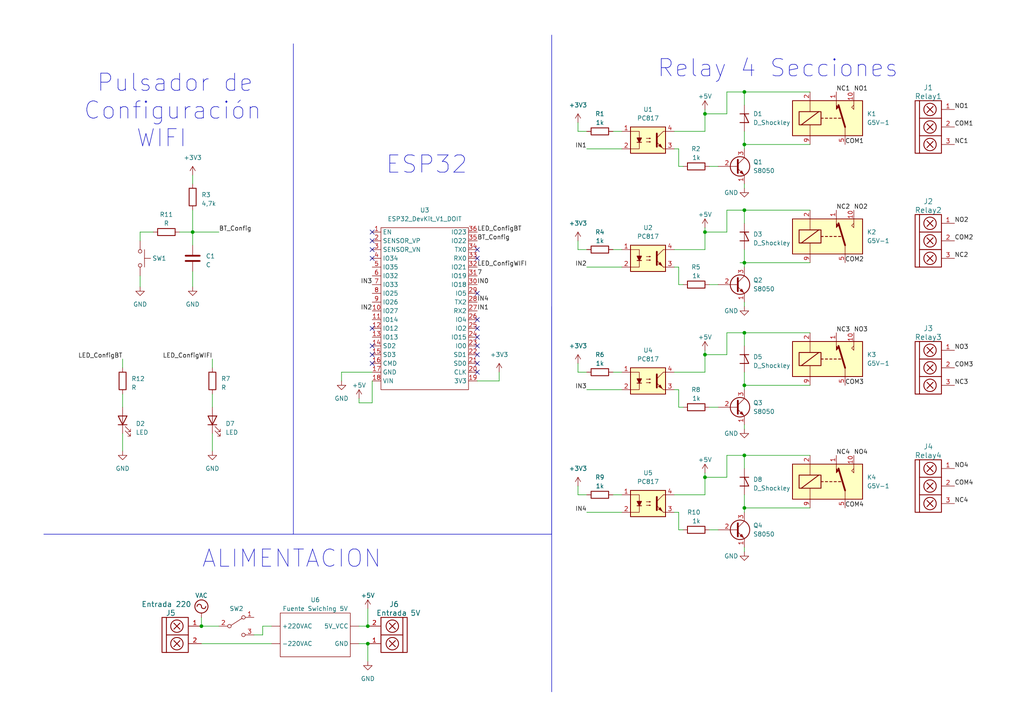
<source format=kicad_sch>
(kicad_sch (version 20230121) (generator eeschema)

  (uuid a24e792b-1cca-46f8-9449-f3613e1aa031)

  (paper "A4")

  (lib_symbols
    (symbol "+5V_1" (power) (pin_names (offset 0)) (in_bom yes) (on_board yes)
      (property "Reference" "#PWR" (at 0 -3.81 0)
        (effects (font (size 1.27 1.27)) hide)
      )
      (property "Value" "+5V_1" (at 0 3.556 0)
        (effects (font (size 1.27 1.27)))
      )
      (property "Footprint" "" (at 0 0 0)
        (effects (font (size 1.27 1.27)) hide)
      )
      (property "Datasheet" "" (at 0 0 0)
        (effects (font (size 1.27 1.27)) hide)
      )
      (property "ki_keywords" "global power" (at 0 0 0)
        (effects (font (size 1.27 1.27)) hide)
      )
      (property "ki_description" "Power symbol creates a global label with name \"+5V\"" (at 0 0 0)
        (effects (font (size 1.27 1.27)) hide)
      )
      (symbol "+5V_1_0_1"
        (polyline
          (pts
            (xy -0.762 1.27)
            (xy 0 2.54)
          )
          (stroke (width 0) (type default))
          (fill (type none))
        )
        (polyline
          (pts
            (xy 0 0)
            (xy 0 2.54)
          )
          (stroke (width 0) (type default))
          (fill (type none))
        )
        (polyline
          (pts
            (xy 0 2.54)
            (xy 0.762 1.27)
          )
          (stroke (width 0) (type default))
          (fill (type none))
        )
      )
      (symbol "+5V_1_1_1"
        (pin power_in line (at 0 0 90) (length 0) hide
          (name "+5V" (effects (font (size 1.27 1.27))))
          (number "1" (effects (font (size 1.27 1.27))))
        )
      )
    )
    (symbol "Device:C" (pin_numbers hide) (pin_names (offset 0.254)) (in_bom yes) (on_board yes)
      (property "Reference" "C" (at 0.635 2.54 0)
        (effects (font (size 1.27 1.27)) (justify left))
      )
      (property "Value" "C" (at 0.635 -2.54 0)
        (effects (font (size 1.27 1.27)) (justify left))
      )
      (property "Footprint" "" (at 0.9652 -3.81 0)
        (effects (font (size 1.27 1.27)) hide)
      )
      (property "Datasheet" "~" (at 0 0 0)
        (effects (font (size 1.27 1.27)) hide)
      )
      (property "ki_keywords" "cap capacitor" (at 0 0 0)
        (effects (font (size 1.27 1.27)) hide)
      )
      (property "ki_description" "Unpolarized capacitor" (at 0 0 0)
        (effects (font (size 1.27 1.27)) hide)
      )
      (property "ki_fp_filters" "C_*" (at 0 0 0)
        (effects (font (size 1.27 1.27)) hide)
      )
      (symbol "C_0_1"
        (polyline
          (pts
            (xy -2.032 -0.762)
            (xy 2.032 -0.762)
          )
          (stroke (width 0.508) (type default))
          (fill (type none))
        )
        (polyline
          (pts
            (xy -2.032 0.762)
            (xy 2.032 0.762)
          )
          (stroke (width 0.508) (type default))
          (fill (type none))
        )
      )
      (symbol "C_1_1"
        (pin passive line (at 0 3.81 270) (length 2.794)
          (name "~" (effects (font (size 1.27 1.27))))
          (number "1" (effects (font (size 1.27 1.27))))
        )
        (pin passive line (at 0 -3.81 90) (length 2.794)
          (name "~" (effects (font (size 1.27 1.27))))
          (number "2" (effects (font (size 1.27 1.27))))
        )
      )
    )
    (symbol "Device:D_Shockley" (pin_numbers hide) (pin_names (offset 1.016) hide) (in_bom yes) (on_board yes)
      (property "Reference" "D" (at 0 2.54 0)
        (effects (font (size 1.27 1.27)))
      )
      (property "Value" "D_Shockley" (at 0 -2.54 0)
        (effects (font (size 1.27 1.27)))
      )
      (property "Footprint" "" (at 0 0 0)
        (effects (font (size 1.27 1.27)) hide)
      )
      (property "Datasheet" "~" (at 0 0 0)
        (effects (font (size 1.27 1.27)) hide)
      )
      (property "ki_keywords" "Shockley diode PNPN" (at 0 0 0)
        (effects (font (size 1.27 1.27)) hide)
      )
      (property "ki_description" "Shockley (PNPN) diode" (at 0 0 0)
        (effects (font (size 1.27 1.27)) hide)
      )
      (property "ki_fp_filters" "TO-???* *_Diode_* *SingleDiode* D_*" (at 0 0 0)
        (effects (font (size 1.27 1.27)) hide)
      )
      (symbol "D_Shockley_0_1"
        (polyline
          (pts
            (xy -1.27 0)
            (xy 1.27 0)
          )
          (stroke (width 0) (type default))
          (fill (type none))
        )
        (polyline
          (pts
            (xy -1.27 1.27)
            (xy -1.27 -1.27)
          )
          (stroke (width 0.254) (type default))
          (fill (type none))
        )
        (polyline
          (pts
            (xy -1.27 0)
            (xy 1.27 1.27)
            (xy 1.27 -1.27)
          )
          (stroke (width 0.254) (type default))
          (fill (type none))
        )
      )
      (symbol "D_Shockley_1_1"
        (pin passive line (at -3.81 0 0) (length 2.54)
          (name "K" (effects (font (size 1.27 1.27))))
          (number "1" (effects (font (size 1.27 1.27))))
        )
        (pin passive line (at 3.81 0 180) (length 2.54)
          (name "A" (effects (font (size 1.27 1.27))))
          (number "2" (effects (font (size 1.27 1.27))))
        )
      )
    )
    (symbol "Device:LED" (pin_numbers hide) (pin_names (offset 1.016) hide) (in_bom yes) (on_board yes)
      (property "Reference" "D" (at 0 2.54 0)
        (effects (font (size 1.27 1.27)))
      )
      (property "Value" "LED" (at 0 -2.54 0)
        (effects (font (size 1.27 1.27)))
      )
      (property "Footprint" "" (at 0 0 0)
        (effects (font (size 1.27 1.27)) hide)
      )
      (property "Datasheet" "~" (at 0 0 0)
        (effects (font (size 1.27 1.27)) hide)
      )
      (property "ki_keywords" "LED diode" (at 0 0 0)
        (effects (font (size 1.27 1.27)) hide)
      )
      (property "ki_description" "Light emitting diode" (at 0 0 0)
        (effects (font (size 1.27 1.27)) hide)
      )
      (property "ki_fp_filters" "LED* LED_SMD:* LED_THT:*" (at 0 0 0)
        (effects (font (size 1.27 1.27)) hide)
      )
      (symbol "LED_0_1"
        (polyline
          (pts
            (xy -1.27 -1.27)
            (xy -1.27 1.27)
          )
          (stroke (width 0.254) (type default))
          (fill (type none))
        )
        (polyline
          (pts
            (xy -1.27 0)
            (xy 1.27 0)
          )
          (stroke (width 0) (type default))
          (fill (type none))
        )
        (polyline
          (pts
            (xy 1.27 -1.27)
            (xy 1.27 1.27)
            (xy -1.27 0)
            (xy 1.27 -1.27)
          )
          (stroke (width 0.254) (type default))
          (fill (type none))
        )
        (polyline
          (pts
            (xy -3.048 -0.762)
            (xy -4.572 -2.286)
            (xy -3.81 -2.286)
            (xy -4.572 -2.286)
            (xy -4.572 -1.524)
          )
          (stroke (width 0) (type default))
          (fill (type none))
        )
        (polyline
          (pts
            (xy -1.778 -0.762)
            (xy -3.302 -2.286)
            (xy -2.54 -2.286)
            (xy -3.302 -2.286)
            (xy -3.302 -1.524)
          )
          (stroke (width 0) (type default))
          (fill (type none))
        )
      )
      (symbol "LED_1_1"
        (pin passive line (at -3.81 0 0) (length 2.54)
          (name "K" (effects (font (size 1.27 1.27))))
          (number "1" (effects (font (size 1.27 1.27))))
        )
        (pin passive line (at 3.81 0 180) (length 2.54)
          (name "A" (effects (font (size 1.27 1.27))))
          (number "2" (effects (font (size 1.27 1.27))))
        )
      )
    )
    (symbol "Device:R" (pin_numbers hide) (pin_names (offset 0)) (in_bom yes) (on_board yes)
      (property "Reference" "R" (at 2.032 0 90)
        (effects (font (size 1.27 1.27)))
      )
      (property "Value" "R" (at 0 0 90)
        (effects (font (size 1.27 1.27)))
      )
      (property "Footprint" "" (at -1.778 0 90)
        (effects (font (size 1.27 1.27)) hide)
      )
      (property "Datasheet" "~" (at 0 0 0)
        (effects (font (size 1.27 1.27)) hide)
      )
      (property "ki_keywords" "R res resistor" (at 0 0 0)
        (effects (font (size 1.27 1.27)) hide)
      )
      (property "ki_description" "Resistor" (at 0 0 0)
        (effects (font (size 1.27 1.27)) hide)
      )
      (property "ki_fp_filters" "R_*" (at 0 0 0)
        (effects (font (size 1.27 1.27)) hide)
      )
      (symbol "R_0_1"
        (rectangle (start -1.016 -2.54) (end 1.016 2.54)
          (stroke (width 0.254) (type default))
          (fill (type none))
        )
      )
      (symbol "R_1_1"
        (pin passive line (at 0 3.81 270) (length 1.27)
          (name "~" (effects (font (size 1.27 1.27))))
          (number "1" (effects (font (size 1.27 1.27))))
        )
        (pin passive line (at 0 -3.81 90) (length 1.27)
          (name "~" (effects (font (size 1.27 1.27))))
          (number "2" (effects (font (size 1.27 1.27))))
        )
      )
    )
    (symbol "EESTN5:ESP32_DevKit_V1_DOIT" (in_bom yes) (on_board yes)
      (property "Reference" "U" (at -11.43 34.29 0)
        (effects (font (size 1.27 1.27)))
      )
      (property "Value" "ESP32_DevKit_V1_DOIT" (at 11.43 34.29 0)
        (effects (font (size 1.27 1.27)))
      )
      (property "Footprint" "ESP32_DevKit_V1_DOIT:esp32_devkit_v1_doit" (at -11.43 34.29 0)
        (effects (font (size 1.27 1.27)) hide)
      )
      (property "Datasheet" "" (at -11.43 34.29 0)
        (effects (font (size 1.27 1.27)) hide)
      )
      (property "ki_fp_filters" "esp32?devkit?v1?doit*" (at 0 0 0)
        (effects (font (size 1.27 1.27)) hide)
      )
      (symbol "ESP32_DevKit_V1_DOIT_0_0"
        (pin bidirectional line (at 15.24 25.4 180) (length 2.54)
          (name "TX0" (effects (font (size 1.27 1.27))))
          (number "34" (effects (font (size 1.27 1.27))))
        )
        (pin bidirectional line (at 15.24 27.94 180) (length 2.54)
          (name "IO22" (effects (font (size 1.27 1.27))))
          (number "35" (effects (font (size 1.27 1.27))))
        )
        (pin bidirectional line (at 15.24 30.48 180) (length 2.54)
          (name "IO23" (effects (font (size 1.27 1.27))))
          (number "36" (effects (font (size 1.27 1.27))))
        )
      )
      (symbol "ESP32_DevKit_V1_DOIT_0_1"
        (rectangle (start -12.7 31.75) (end 12.7 -15.24)
          (stroke (width 0) (type default))
          (fill (type none))
        )
      )
      (symbol "ESP32_DevKit_V1_DOIT_1_1"
        (pin input line (at -15.24 30.48 0) (length 2.54)
          (name "EN" (effects (font (size 1.27 1.27))))
          (number "1" (effects (font (size 1.27 1.27))))
        )
        (pin bidirectional line (at -15.24 7.62 0) (length 2.54)
          (name "IO27" (effects (font (size 1.27 1.27))))
          (number "10" (effects (font (size 1.27 1.27))))
        )
        (pin bidirectional line (at -15.24 5.08 0) (length 2.54)
          (name "IO14" (effects (font (size 1.27 1.27))))
          (number "11" (effects (font (size 1.27 1.27))))
        )
        (pin bidirectional line (at -15.24 2.54 0) (length 2.54)
          (name "IO12" (effects (font (size 1.27 1.27))))
          (number "12" (effects (font (size 1.27 1.27))))
        )
        (pin bidirectional line (at -15.24 0 0) (length 2.54)
          (name "IO13" (effects (font (size 1.27 1.27))))
          (number "13" (effects (font (size 1.27 1.27))))
        )
        (pin bidirectional line (at -15.24 -2.54 0) (length 2.54)
          (name "SD2" (effects (font (size 1.27 1.27))))
          (number "14" (effects (font (size 1.27 1.27))))
        )
        (pin bidirectional line (at -15.24 -5.08 0) (length 2.54)
          (name "SD3" (effects (font (size 1.27 1.27))))
          (number "15" (effects (font (size 1.27 1.27))))
        )
        (pin bidirectional line (at -15.24 -7.62 0) (length 2.54)
          (name "CMD" (effects (font (size 1.27 1.27))))
          (number "16" (effects (font (size 1.27 1.27))))
        )
        (pin power_in line (at -15.24 -10.16 0) (length 2.54)
          (name "GND" (effects (font (size 1.27 1.27))))
          (number "17" (effects (font (size 1.27 1.27))))
        )
        (pin power_in line (at -15.24 -12.7 0) (length 2.54)
          (name "VIN" (effects (font (size 1.27 1.27))))
          (number "18" (effects (font (size 1.27 1.27))))
        )
        (pin power_in line (at 15.24 -12.7 180) (length 2.54)
          (name "3V3" (effects (font (size 1.27 1.27))))
          (number "19" (effects (font (size 1.27 1.27))))
        )
        (pin input line (at -15.24 27.94 0) (length 2.54)
          (name "SENSOR_VP" (effects (font (size 1.27 1.27))))
          (number "2" (effects (font (size 1.27 1.27))))
        )
        (pin bidirectional line (at 15.24 -10.16 180) (length 2.54)
          (name "CLK" (effects (font (size 1.27 1.27))))
          (number "20" (effects (font (size 1.27 1.27))))
        )
        (pin bidirectional line (at 15.24 -7.62 180) (length 2.54)
          (name "SD0" (effects (font (size 1.27 1.27))))
          (number "21" (effects (font (size 1.27 1.27))))
        )
        (pin bidirectional line (at 15.24 -5.08 180) (length 2.54)
          (name "SD1" (effects (font (size 1.27 1.27))))
          (number "22" (effects (font (size 1.27 1.27))))
        )
        (pin bidirectional line (at 15.24 -2.54 180) (length 2.54)
          (name "IO0" (effects (font (size 1.27 1.27))))
          (number "23" (effects (font (size 1.27 1.27))))
        )
        (pin bidirectional line (at 15.24 0 180) (length 2.54)
          (name "IO15" (effects (font (size 1.27 1.27))))
          (number "24" (effects (font (size 1.27 1.27))))
        )
        (pin bidirectional line (at 15.24 2.54 180) (length 2.54)
          (name "IO2" (effects (font (size 1.27 1.27))))
          (number "25" (effects (font (size 1.27 1.27))))
        )
        (pin bidirectional line (at 15.24 5.08 180) (length 2.54)
          (name "IO4" (effects (font (size 1.27 1.27))))
          (number "26" (effects (font (size 1.27 1.27))))
        )
        (pin bidirectional line (at 15.24 7.62 180) (length 2.54)
          (name "RX2" (effects (font (size 1.27 1.27))))
          (number "27" (effects (font (size 1.27 1.27))))
        )
        (pin bidirectional line (at 15.24 10.16 180) (length 2.54)
          (name "TX2" (effects (font (size 1.27 1.27))))
          (number "28" (effects (font (size 1.27 1.27))))
        )
        (pin bidirectional line (at 15.24 12.7 180) (length 2.54)
          (name "IO5" (effects (font (size 1.27 1.27))))
          (number "29" (effects (font (size 1.27 1.27))))
        )
        (pin input line (at -15.24 25.4 0) (length 2.54)
          (name "SENSOR_VN" (effects (font (size 1.27 1.27))))
          (number "3" (effects (font (size 1.27 1.27))))
        )
        (pin bidirectional line (at 15.24 15.24 180) (length 2.54)
          (name "IO18" (effects (font (size 1.27 1.27))))
          (number "30" (effects (font (size 1.27 1.27))))
        )
        (pin bidirectional line (at 15.24 17.78 180) (length 2.54)
          (name "IO19" (effects (font (size 1.27 1.27))))
          (number "31" (effects (font (size 1.27 1.27))))
        )
        (pin bidirectional line (at 15.24 20.32 180) (length 2.54)
          (name "IO21" (effects (font (size 1.27 1.27))))
          (number "32" (effects (font (size 1.27 1.27))))
        )
        (pin bidirectional line (at 15.24 22.86 180) (length 2.54)
          (name "RX0" (effects (font (size 1.27 1.27))))
          (number "33" (effects (font (size 1.27 1.27))))
        )
        (pin input line (at -15.24 22.86 0) (length 2.54)
          (name "IO34" (effects (font (size 1.27 1.27))))
          (number "4" (effects (font (size 1.27 1.27))))
        )
        (pin input line (at -15.24 20.32 0) (length 2.54)
          (name "IO35" (effects (font (size 1.27 1.27))))
          (number "5" (effects (font (size 1.27 1.27))))
        )
        (pin bidirectional line (at -15.24 17.78 0) (length 2.54)
          (name "IO32" (effects (font (size 1.27 1.27))))
          (number "6" (effects (font (size 1.27 1.27))))
        )
        (pin bidirectional line (at -15.24 15.24 0) (length 2.54)
          (name "IO33" (effects (font (size 1.27 1.27))))
          (number "7" (effects (font (size 1.27 1.27))))
        )
        (pin bidirectional line (at -15.24 12.7 0) (length 2.54)
          (name "IO25" (effects (font (size 1.27 1.27))))
          (number "8" (effects (font (size 1.27 1.27))))
        )
        (pin bidirectional line (at -15.24 10.16 0) (length 2.54)
          (name "IO26" (effects (font (size 1.27 1.27))))
          (number "9" (effects (font (size 1.27 1.27))))
        )
      )
    )
    (symbol "EESTN5:PC817" (pin_names (offset 1.016)) (in_bom yes) (on_board yes)
      (property "Reference" "U" (at -5.08 5.08 0)
        (effects (font (size 1.27 1.27)) (justify left))
      )
      (property "Value" "PC817" (at 0 5.08 0)
        (effects (font (size 1.27 1.27)) (justify left))
      )
      (property "Footprint" "Housings_DIP:DIP-4_W7.62mm" (at -5.08 -5.08 0)
        (effects (font (size 1.27 1.27) italic) (justify left) hide)
      )
      (property "Datasheet" "http://www.soselectronic.cz/a_info/resource/d/pc817.pdf" (at 0 0 0)
        (effects (font (size 1.27 1.27)) (justify left) hide)
      )
      (property "ki_keywords" "NPN DC Optocoupler" (at 0 0 0)
        (effects (font (size 1.27 1.27)) hide)
      )
      (property "ki_description" "DC Optocoupler, Vce 35V, CTR 50-300%, DIP4" (at 0 0 0)
        (effects (font (size 1.27 1.27)) hide)
      )
      (property "ki_fp_filters" "DIP*W7.62mm*" (at 0 0 0)
        (effects (font (size 1.27 1.27)) hide)
      )
      (symbol "PC817_0_1"
        (rectangle (start -5.08 3.81) (end 5.08 -3.81)
          (stroke (width 0.254) (type default))
          (fill (type background))
        )
        (polyline
          (pts
            (xy -3.175 -0.635)
            (xy -1.905 -0.635)
          )
          (stroke (width 0.254) (type default))
          (fill (type none))
        )
        (polyline
          (pts
            (xy 2.54 0.635)
            (xy 4.445 2.54)
          )
          (stroke (width 0) (type default))
          (fill (type none))
        )
        (polyline
          (pts
            (xy 4.445 -2.54)
            (xy 2.54 -0.635)
          )
          (stroke (width 0) (type default))
          (fill (type outline))
        )
        (polyline
          (pts
            (xy 4.445 -2.54)
            (xy 5.08 -2.54)
          )
          (stroke (width 0) (type default))
          (fill (type none))
        )
        (polyline
          (pts
            (xy 4.445 2.54)
            (xy 5.08 2.54)
          )
          (stroke (width 0) (type default))
          (fill (type none))
        )
        (polyline
          (pts
            (xy -5.08 2.54)
            (xy -2.54 2.54)
            (xy -2.54 0.635)
          )
          (stroke (width 0) (type default))
          (fill (type none))
        )
        (polyline
          (pts
            (xy -2.54 -0.635)
            (xy -2.54 -2.54)
            (xy -5.08 -2.54)
          )
          (stroke (width 0) (type default))
          (fill (type none))
        )
        (polyline
          (pts
            (xy 2.54 1.905)
            (xy 2.54 -1.905)
            (xy 2.54 -1.905)
          )
          (stroke (width 0.508) (type default))
          (fill (type none))
        )
        (polyline
          (pts
            (xy -2.54 -0.635)
            (xy -3.175 0.635)
            (xy -1.905 0.635)
            (xy -2.54 -0.635)
          )
          (stroke (width 0.254) (type default))
          (fill (type outline))
        )
        (polyline
          (pts
            (xy -0.508 -0.508)
            (xy 0.762 -0.508)
            (xy 0.381 -0.635)
            (xy 0.381 -0.381)
            (xy 0.762 -0.508)
          )
          (stroke (width 0) (type default))
          (fill (type none))
        )
        (polyline
          (pts
            (xy -0.508 0.508)
            (xy 0.762 0.508)
            (xy 0.381 0.381)
            (xy 0.381 0.635)
            (xy 0.762 0.508)
          )
          (stroke (width 0) (type default))
          (fill (type none))
        )
        (polyline
          (pts
            (xy 3.048 -1.651)
            (xy 3.556 -1.143)
            (xy 4.064 -2.159)
            (xy 3.048 -1.651)
            (xy 3.048 -1.651)
          )
          (stroke (width 0) (type default))
          (fill (type outline))
        )
      )
      (symbol "PC817_1_1"
        (pin passive line (at -7.62 2.54 0) (length 2.54)
          (name "~" (effects (font (size 1.27 1.27))))
          (number "1" (effects (font (size 1.27 1.27))))
        )
        (pin passive line (at -7.62 -2.54 0) (length 2.54)
          (name "~" (effects (font (size 1.27 1.27))))
          (number "2" (effects (font (size 1.27 1.27))))
        )
        (pin passive line (at 7.62 -2.54 180) (length 2.54)
          (name "~" (effects (font (size 1.27 1.27))))
          (number "3" (effects (font (size 1.27 1.27))))
        )
        (pin passive line (at 7.62 2.54 180) (length 2.54)
          (name "~" (effects (font (size 1.27 1.27))))
          (number "4" (effects (font (size 1.27 1.27))))
        )
      )
    )
    (symbol "EESTN5:SW_SPDT" (pin_names (offset 0) hide) (in_bom yes) (on_board yes)
      (property "Reference" "SW" (at 0 4.318 0)
        (effects (font (size 1.27 1.27)))
      )
      (property "Value" "SW_SPDT" (at 0 -5.08 0)
        (effects (font (size 1.27 1.27)) hide)
      )
      (property "Footprint" "" (at 0 0 0)
        (effects (font (size 1.27 1.27)))
      )
      (property "Datasheet" "" (at 0 0 0)
        (effects (font (size 1.27 1.27)))
      )
      (property "ki_keywords" "switch single-pole double-throw spdt ON-ON" (at 0 0 0)
        (effects (font (size 1.27 1.27)) hide)
      )
      (property "ki_description" "Switch, single pole double throw" (at 0 0 0)
        (effects (font (size 1.27 1.27)) hide)
      )
      (property "ki_fp_filters" "SW* LLAVE*" (at 0 0 0)
        (effects (font (size 1.27 1.27)) hide)
      )
      (symbol "SW_SPDT_0_0"
        (circle (center -2.032 0) (radius 0.508)
          (stroke (width 0) (type default))
          (fill (type none))
        )
        (circle (center 2.032 -2.54) (radius 0.508)
          (stroke (width 0) (type default))
          (fill (type none))
        )
      )
      (symbol "SW_SPDT_0_1"
        (polyline
          (pts
            (xy -1.524 0.254)
            (xy 1.651 2.286)
          )
          (stroke (width 0) (type default))
          (fill (type none))
        )
        (circle (center 2.032 2.54) (radius 0.508)
          (stroke (width 0) (type default))
          (fill (type none))
        )
      )
      (symbol "SW_SPDT_1_1"
        (pin passive line (at 5.08 2.54 180) (length 2.54)
          (name "A" (effects (font (size 1.27 1.27))))
          (number "1" (effects (font (size 1.27 1.27))))
        )
        (pin passive line (at -5.08 0 0) (length 2.54)
          (name "B" (effects (font (size 1.27 1.27))))
          (number "2" (effects (font (size 1.27 1.27))))
        )
        (pin passive line (at 5.08 -2.54 180) (length 2.54)
          (name "C" (effects (font (size 1.27 1.27))))
          (number "3" (effects (font (size 1.27 1.27))))
        )
      )
    )
    (symbol "EESTN5:TB_1X2" (pin_names (offset 1.016)) (in_bom yes) (on_board yes)
      (property "Reference" "J" (at 0 7.62 0)
        (effects (font (size 1.524 1.524)))
      )
      (property "Value" "TB_1X2" (at 1.27 -7.62 0)
        (effects (font (size 1.524 1.524)))
      )
      (property "Footprint" "" (at -1.27 1.27 0)
        (effects (font (size 1.524 1.524)))
      )
      (property "Datasheet" "" (at -1.27 1.27 0)
        (effects (font (size 1.524 1.524)))
      )
      (property "ki_fp_filters" "BORNERA* TB*" (at 0 0 0)
        (effects (font (size 1.27 1.27)) hide)
      )
      (symbol "TB_1X2_0_1"
        (rectangle (start -2.54 5.08) (end 5.08 -5.08)
          (stroke (width 0.254) (type default))
          (fill (type none))
        )
        (polyline
          (pts
            (xy -1.27 0)
            (xy 5.08 0)
          )
          (stroke (width 0.254) (type default))
          (fill (type none))
        )
        (polyline
          (pts
            (xy -1.27 5.08)
            (xy -1.27 -5.08)
          )
          (stroke (width 0.254) (type default))
          (fill (type none))
        )
        (polyline
          (pts
            (xy 0.889 -3.429)
            (xy 2.667 -1.651)
          )
          (stroke (width 0.254) (type default))
          (fill (type none))
        )
        (polyline
          (pts
            (xy 0.889 -1.651)
            (xy 2.667 -3.429)
          )
          (stroke (width 0.254) (type default))
          (fill (type none))
        )
        (polyline
          (pts
            (xy 0.889 1.651)
            (xy 2.667 3.429)
          )
          (stroke (width 0.254) (type default))
          (fill (type none))
        )
        (polyline
          (pts
            (xy 0.889 3.429)
            (xy 2.667 1.651)
          )
          (stroke (width 0.254) (type default))
          (fill (type none))
        )
        (circle (center 1.778 -2.54) (radius 1.8034)
          (stroke (width 0.254) (type default))
          (fill (type none))
        )
        (circle (center 1.778 2.54) (radius 1.8034)
          (stroke (width 0.254) (type default))
          (fill (type none))
        )
      )
      (symbol "TB_1X2_1_1"
        (pin input line (at 8.89 2.54 180) (length 3.81)
          (name "~" (effects (font (size 1.27 1.27))))
          (number "1" (effects (font (size 1.27 1.27))))
        )
        (pin input line (at 8.89 -2.54 180) (length 3.81)
          (name "~" (effects (font (size 1.27 1.27))))
          (number "2" (effects (font (size 1.27 1.27))))
        )
      )
    )
    (symbol "EESTN5:TB_1X3" (pin_names (offset 1.016)) (in_bom yes) (on_board yes)
      (property "Reference" "J" (at 0 7.62 0)
        (effects (font (size 1.524 1.524)))
      )
      (property "Value" "TB_1X3" (at 1.27 -11.43 0)
        (effects (font (size 1.524 1.524)))
      )
      (property "Footprint" "" (at -1.27 1.27 0)
        (effects (font (size 1.524 1.524)))
      )
      (property "Datasheet" "" (at -1.27 1.27 0)
        (effects (font (size 1.524 1.524)))
      )
      (property "ki_fp_filters" "BORNERA* TB*" (at 0 0 0)
        (effects (font (size 1.27 1.27)) hide)
      )
      (symbol "TB_1X3_0_1"
        (rectangle (start -2.54 5.08) (end 5.08 -10.16)
          (stroke (width 0.254) (type default))
          (fill (type none))
        )
        (polyline
          (pts
            (xy -1.27 -5.08)
            (xy 5.08 -5.08)
          )
          (stroke (width 0.254) (type default))
          (fill (type none))
        )
        (polyline
          (pts
            (xy -1.27 0)
            (xy 5.08 0)
          )
          (stroke (width 0.254) (type default))
          (fill (type none))
        )
        (polyline
          (pts
            (xy -1.27 5.08)
            (xy -1.27 -10.16)
          )
          (stroke (width 0.254) (type default))
          (fill (type none))
        )
        (polyline
          (pts
            (xy 0.889 -8.509)
            (xy 2.667 -6.731)
          )
          (stroke (width 0.254) (type default))
          (fill (type none))
        )
        (polyline
          (pts
            (xy 0.889 -6.731)
            (xy 2.667 -8.509)
          )
          (stroke (width 0.254) (type default))
          (fill (type none))
        )
        (polyline
          (pts
            (xy 0.889 -3.429)
            (xy 2.667 -1.651)
          )
          (stroke (width 0.254) (type default))
          (fill (type none))
        )
        (polyline
          (pts
            (xy 0.889 -1.651)
            (xy 2.667 -3.429)
          )
          (stroke (width 0.254) (type default))
          (fill (type none))
        )
        (polyline
          (pts
            (xy 0.889 1.651)
            (xy 2.667 3.429)
          )
          (stroke (width 0.254) (type default))
          (fill (type none))
        )
        (polyline
          (pts
            (xy 0.889 3.429)
            (xy 2.667 1.651)
          )
          (stroke (width 0.254) (type default))
          (fill (type none))
        )
        (circle (center 1.778 -7.62) (radius 1.8034)
          (stroke (width 0.254) (type default))
          (fill (type none))
        )
        (circle (center 1.778 -2.54) (radius 1.8034)
          (stroke (width 0.254) (type default))
          (fill (type none))
        )
        (circle (center 1.778 2.54) (radius 1.8034)
          (stroke (width 0.254) (type default))
          (fill (type none))
        )
      )
      (symbol "TB_1X3_1_1"
        (pin input line (at 8.89 2.54 180) (length 3.81)
          (name "~" (effects (font (size 1.27 1.27))))
          (number "1" (effects (font (size 1.27 1.27))))
        )
        (pin input line (at 8.89 -2.54 180) (length 3.81)
          (name "~" (effects (font (size 1.27 1.27))))
          (number "2" (effects (font (size 1.27 1.27))))
        )
        (pin input line (at 8.89 -7.62 180) (length 3.81)
          (name "~" (effects (font (size 1.27 1.27))))
          (number "3" (effects (font (size 1.27 1.27))))
        )
      )
    )
    (symbol "Library_SW-Intel:Fuente_Swiching" (in_bom yes) (on_board yes)
      (property "Reference" "U" (at -6.35 10.16 0)
        (effects (font (size 1.27 1.27)))
      )
      (property "Value" "Fuente Swiching 5V" (at 0 7.62 0)
        (effects (font (size 1.27 1.27)))
      )
      (property "Footprint" "" (at -7.62 11.43 0)
        (effects (font (size 1.27 1.27)) hide)
      )
      (property "Datasheet" "" (at -7.62 11.43 0)
        (effects (font (size 1.27 1.27)) hide)
      )
      (symbol "Fuente_Swiching_0_1"
        (rectangle (start -10.16 6.35) (end 10.16 -6.35)
          (stroke (width 0) (type default))
          (fill (type none))
        )
      )
      (symbol "Fuente_Swiching_1_1"
        (pin power_in line (at -12.7 2.54 0) (length 2.54)
          (name "+220VAC" (effects (font (size 1.27 1.27))))
          (number "" (effects (font (size 1.27 1.27))))
        )
        (pin power_in line (at -12.7 -2.54 0) (length 2.54)
          (name "-220VAC" (effects (font (size 1.27 1.27))))
          (number "" (effects (font (size 1.27 1.27))))
        )
        (pin power_out line (at 12.7 2.54 180) (length 2.54)
          (name "5V_VCC" (effects (font (size 1.27 1.27))))
          (number "" (effects (font (size 1.27 1.27))))
        )
        (pin power_out line (at 12.7 -2.54 180) (length 2.54)
          (name "GND" (effects (font (size 1.27 1.27))))
          (number "" (effects (font (size 1.27 1.27))))
        )
      )
    )
    (symbol "PERSONALES:SW_Push" (pin_numbers hide) (pin_names (offset 1.016) hide) (in_bom yes) (on_board yes)
      (property "Reference" "SW" (at 1.27 2.54 0)
        (effects (font (size 1.27 1.27)) (justify left))
      )
      (property "Value" "SW_Push" (at 0 -1.524 0)
        (effects (font (size 1.27 1.27)) hide)
      )
      (property "Footprint" "" (at 0 5.08 0)
        (effects (font (size 1.27 1.27)))
      )
      (property "Datasheet" "" (at 0 5.08 0)
        (effects (font (size 1.27 1.27)))
      )
      (property "ki_keywords" "switch normally-open pushbutton push-button" (at 0 0 0)
        (effects (font (size 1.27 1.27)) hide)
      )
      (property "ki_description" "Push button switch, generic, two pins" (at 0 0 0)
        (effects (font (size 1.27 1.27)) hide)
      )
      (property "ki_fp_filters" "PUL* SW* SPST*" (at 0 0 0)
        (effects (font (size 1.27 1.27)) hide)
      )
      (symbol "SW_Push_0_1"
        (circle (center -2.032 0) (radius 0.508)
          (stroke (width 0) (type solid))
          (fill (type none))
        )
        (polyline
          (pts
            (xy 0 1.27)
            (xy 0 3.048)
          )
          (stroke (width 0) (type solid))
          (fill (type none))
        )
        (polyline
          (pts
            (xy 2.54 1.27)
            (xy -2.54 1.27)
          )
          (stroke (width 0) (type solid))
          (fill (type none))
        )
        (circle (center 2.032 0) (radius 0.508)
          (stroke (width 0) (type solid))
          (fill (type none))
        )
        (pin passive line (at -5.08 0 0) (length 2.54)
          (name "1" (effects (font (size 1.27 1.27))))
          (number "1" (effects (font (size 1.27 1.27))))
        )
        (pin passive line (at 5.08 0 180) (length 2.54)
          (name "2" (effects (font (size 1.27 1.27))))
          (number "2" (effects (font (size 1.27 1.27))))
        )
      )
    )
    (symbol "Relay:G5V-1" (in_bom yes) (on_board yes)
      (property "Reference" "K" (at 11.43 3.81 0)
        (effects (font (size 1.27 1.27)) (justify left))
      )
      (property "Value" "G5V-1" (at 11.43 1.27 0)
        (effects (font (size 1.27 1.27)) (justify left))
      )
      (property "Footprint" "Relay_THT:Relay_SPDT_Omron_G5V-1" (at 28.702 -0.762 0)
        (effects (font (size 1.27 1.27)) hide)
      )
      (property "Datasheet" "http://omronfs.omron.com/en_US/ecb/products/pdf/en-g5v_1.pdf" (at 0 0 0)
        (effects (font (size 1.27 1.27)) hide)
      )
      (property "ki_keywords" "Single Pole Relay SPDT" (at 0 0 0)
        (effects (font (size 1.27 1.27)) hide)
      )
      (property "ki_description" "Ultra-miniature, Highly Sensitive SPDT Relay for Signal Circuits" (at 0 0 0)
        (effects (font (size 1.27 1.27)) hide)
      )
      (property "ki_fp_filters" "Relay*SPDT*Omron*G5V?1*" (at 0 0 0)
        (effects (font (size 1.27 1.27)) hide)
      )
      (symbol "G5V-1_0_0"
        (polyline
          (pts
            (xy 7.62 5.08)
            (xy 7.62 2.54)
            (xy 6.985 3.175)
            (xy 7.62 3.81)
          )
          (stroke (width 0) (type default))
          (fill (type none))
        )
      )
      (symbol "G5V-1_0_1"
        (rectangle (start -10.16 5.08) (end 10.16 -5.08)
          (stroke (width 0.254) (type default))
          (fill (type background))
        )
        (rectangle (start -8.255 1.905) (end -1.905 -1.905)
          (stroke (width 0.254) (type default))
          (fill (type none))
        )
        (polyline
          (pts
            (xy -7.62 -1.905)
            (xy -2.54 1.905)
          )
          (stroke (width 0.254) (type default))
          (fill (type none))
        )
        (polyline
          (pts
            (xy -5.08 -5.08)
            (xy -5.08 -1.905)
          )
          (stroke (width 0) (type default))
          (fill (type none))
        )
        (polyline
          (pts
            (xy -5.08 5.08)
            (xy -5.08 1.905)
          )
          (stroke (width 0) (type default))
          (fill (type none))
        )
        (polyline
          (pts
            (xy -1.905 0)
            (xy -1.27 0)
          )
          (stroke (width 0.254) (type default))
          (fill (type none))
        )
        (polyline
          (pts
            (xy -0.635 0)
            (xy 0 0)
          )
          (stroke (width 0.254) (type default))
          (fill (type none))
        )
        (polyline
          (pts
            (xy 0.635 0)
            (xy 1.27 0)
          )
          (stroke (width 0.254) (type default))
          (fill (type none))
        )
        (polyline
          (pts
            (xy 1.905 0)
            (xy 2.54 0)
          )
          (stroke (width 0.254) (type default))
          (fill (type none))
        )
        (polyline
          (pts
            (xy 3.175 0)
            (xy 3.81 0)
          )
          (stroke (width 0.254) (type default))
          (fill (type none))
        )
        (polyline
          (pts
            (xy 5.08 -2.54)
            (xy 3.175 3.81)
          )
          (stroke (width 0.508) (type default))
          (fill (type none))
        )
        (polyline
          (pts
            (xy 5.08 -2.54)
            (xy 5.08 -5.08)
          )
          (stroke (width 0) (type default))
          (fill (type none))
        )
        (polyline
          (pts
            (xy 2.54 5.08)
            (xy 2.54 2.54)
            (xy 3.175 3.175)
            (xy 2.54 3.81)
          )
          (stroke (width 0) (type default))
          (fill (type outline))
        )
      )
      (symbol "G5V-1_1_1"
        (pin passive line (at 2.54 7.62 270) (length 2.54)
          (name "~" (effects (font (size 1.27 1.27))))
          (number "1" (effects (font (size 1.27 1.27))))
        )
        (pin passive line (at 7.62 7.62 270) (length 2.54)
          (name "~" (effects (font (size 1.27 1.27))))
          (number "10" (effects (font (size 1.27 1.27))))
        )
        (pin passive line (at -5.08 7.62 270) (length 2.54)
          (name "~" (effects (font (size 1.27 1.27))))
          (number "2" (effects (font (size 1.27 1.27))))
        )
        (pin passive line (at 5.08 -7.62 90) (length 2.54)
          (name "~" (effects (font (size 1.27 1.27))))
          (number "5" (effects (font (size 1.27 1.27))))
        )
        (pin passive line (at 5.08 -7.62 90) (length 2.54) hide
          (name "~" (effects (font (size 1.27 1.27))))
          (number "6" (effects (font (size 1.27 1.27))))
        )
        (pin passive line (at -5.08 -7.62 90) (length 2.54)
          (name "~" (effects (font (size 1.27 1.27))))
          (number "9" (effects (font (size 1.27 1.27))))
        )
      )
    )
    (symbol "Transistor_BJT:S8050" (pin_names (offset 0) hide) (in_bom yes) (on_board yes)
      (property "Reference" "Q" (at 5.08 1.905 0)
        (effects (font (size 1.27 1.27)) (justify left))
      )
      (property "Value" "S8050" (at 5.08 0 0)
        (effects (font (size 1.27 1.27)) (justify left))
      )
      (property "Footprint" "Package_TO_SOT_THT:TO-92_Inline" (at 5.08 -1.905 0)
        (effects (font (size 1.27 1.27) italic) (justify left) hide)
      )
      (property "Datasheet" "http://www.unisonic.com.tw/datasheet/S8050.pdf" (at 0 0 0)
        (effects (font (size 1.27 1.27)) (justify left) hide)
      )
      (property "ki_keywords" "S8050 NPN Low Voltage High Current Transistor" (at 0 0 0)
        (effects (font (size 1.27 1.27)) hide)
      )
      (property "ki_description" "0.7A Ic, 20V Vce, Low Voltage High Current NPN Transistor, TO-92" (at 0 0 0)
        (effects (font (size 1.27 1.27)) hide)
      )
      (property "ki_fp_filters" "TO?92*" (at 0 0 0)
        (effects (font (size 1.27 1.27)) hide)
      )
      (symbol "S8050_0_1"
        (polyline
          (pts
            (xy 0 0)
            (xy 0.635 0)
          )
          (stroke (width 0) (type default))
          (fill (type none))
        )
        (polyline
          (pts
            (xy 0.635 0.635)
            (xy 2.54 2.54)
          )
          (stroke (width 0) (type default))
          (fill (type none))
        )
        (polyline
          (pts
            (xy 0.635 -0.635)
            (xy 2.54 -2.54)
            (xy 2.54 -2.54)
          )
          (stroke (width 0) (type default))
          (fill (type none))
        )
        (polyline
          (pts
            (xy 0.635 1.905)
            (xy 0.635 -1.905)
            (xy 0.635 -1.905)
          )
          (stroke (width 0.508) (type default))
          (fill (type none))
        )
        (polyline
          (pts
            (xy 1.27 -1.778)
            (xy 1.778 -1.27)
            (xy 2.286 -2.286)
            (xy 1.27 -1.778)
            (xy 1.27 -1.778)
          )
          (stroke (width 0) (type default))
          (fill (type outline))
        )
        (circle (center 1.27 0) (radius 2.8194)
          (stroke (width 0.254) (type default))
          (fill (type none))
        )
      )
      (symbol "S8050_1_1"
        (pin passive line (at 2.54 -5.08 90) (length 2.54)
          (name "E" (effects (font (size 1.27 1.27))))
          (number "1" (effects (font (size 1.27 1.27))))
        )
        (pin input line (at -5.08 0 0) (length 5.08)
          (name "B" (effects (font (size 1.27 1.27))))
          (number "2" (effects (font (size 1.27 1.27))))
        )
        (pin passive line (at 2.54 5.08 270) (length 2.54)
          (name "C" (effects (font (size 1.27 1.27))))
          (number "3" (effects (font (size 1.27 1.27))))
        )
      )
    )
    (symbol "power:+3.3V" (power) (pin_names (offset 0)) (in_bom yes) (on_board yes)
      (property "Reference" "#PWR" (at 0 -3.81 0)
        (effects (font (size 1.27 1.27)) hide)
      )
      (property "Value" "+3.3V" (at 0 3.556 0)
        (effects (font (size 1.27 1.27)))
      )
      (property "Footprint" "" (at 0 0 0)
        (effects (font (size 1.27 1.27)) hide)
      )
      (property "Datasheet" "" (at 0 0 0)
        (effects (font (size 1.27 1.27)) hide)
      )
      (property "ki_keywords" "power-flag" (at 0 0 0)
        (effects (font (size 1.27 1.27)) hide)
      )
      (property "ki_description" "Power symbol creates a global label with name \"+3.3V\"" (at 0 0 0)
        (effects (font (size 1.27 1.27)) hide)
      )
      (symbol "+3.3V_0_1"
        (polyline
          (pts
            (xy -0.762 1.27)
            (xy 0 2.54)
          )
          (stroke (width 0) (type default))
          (fill (type none))
        )
        (polyline
          (pts
            (xy 0 0)
            (xy 0 2.54)
          )
          (stroke (width 0) (type default))
          (fill (type none))
        )
        (polyline
          (pts
            (xy 0 2.54)
            (xy 0.762 1.27)
          )
          (stroke (width 0) (type default))
          (fill (type none))
        )
      )
      (symbol "+3.3V_1_1"
        (pin power_in line (at 0 0 90) (length 0) hide
          (name "+3V3" (effects (font (size 1.27 1.27))))
          (number "1" (effects (font (size 1.27 1.27))))
        )
      )
    )
    (symbol "power:+5V" (power) (pin_names (offset 0)) (in_bom yes) (on_board yes)
      (property "Reference" "#PWR" (at 0 -3.81 0)
        (effects (font (size 1.27 1.27)) hide)
      )
      (property "Value" "+5V" (at 0 3.556 0)
        (effects (font (size 1.27 1.27)))
      )
      (property "Footprint" "" (at 0 0 0)
        (effects (font (size 1.27 1.27)) hide)
      )
      (property "Datasheet" "" (at 0 0 0)
        (effects (font (size 1.27 1.27)) hide)
      )
      (property "ki_keywords" "power-flag" (at 0 0 0)
        (effects (font (size 1.27 1.27)) hide)
      )
      (property "ki_description" "Power symbol creates a global label with name \"+5V\"" (at 0 0 0)
        (effects (font (size 1.27 1.27)) hide)
      )
      (symbol "+5V_0_1"
        (polyline
          (pts
            (xy -0.762 1.27)
            (xy 0 2.54)
          )
          (stroke (width 0) (type default))
          (fill (type none))
        )
        (polyline
          (pts
            (xy 0 0)
            (xy 0 2.54)
          )
          (stroke (width 0) (type default))
          (fill (type none))
        )
        (polyline
          (pts
            (xy 0 2.54)
            (xy 0.762 1.27)
          )
          (stroke (width 0) (type default))
          (fill (type none))
        )
      )
      (symbol "+5V_1_1"
        (pin power_in line (at 0 0 90) (length 0) hide
          (name "+5V" (effects (font (size 1.27 1.27))))
          (number "1" (effects (font (size 1.27 1.27))))
        )
      )
    )
    (symbol "power:GND" (power) (pin_names (offset 0)) (in_bom yes) (on_board yes)
      (property "Reference" "#PWR" (at 0 -6.35 0)
        (effects (font (size 1.27 1.27)) hide)
      )
      (property "Value" "GND" (at 0 -3.81 0)
        (effects (font (size 1.27 1.27)))
      )
      (property "Footprint" "" (at 0 0 0)
        (effects (font (size 1.27 1.27)) hide)
      )
      (property "Datasheet" "" (at 0 0 0)
        (effects (font (size 1.27 1.27)) hide)
      )
      (property "ki_keywords" "power-flag" (at 0 0 0)
        (effects (font (size 1.27 1.27)) hide)
      )
      (property "ki_description" "Power symbol creates a global label with name \"GND\" , ground" (at 0 0 0)
        (effects (font (size 1.27 1.27)) hide)
      )
      (symbol "GND_0_1"
        (polyline
          (pts
            (xy 0 0)
            (xy 0 -1.27)
            (xy 1.27 -1.27)
            (xy 0 -2.54)
            (xy -1.27 -1.27)
            (xy 0 -1.27)
          )
          (stroke (width 0) (type default))
          (fill (type none))
        )
      )
      (symbol "GND_1_1"
        (pin power_in line (at 0 0 270) (length 0) hide
          (name "GND" (effects (font (size 1.27 1.27))))
          (number "1" (effects (font (size 1.27 1.27))))
        )
      )
    )
    (symbol "power:VAC" (power) (pin_names (offset 0)) (in_bom yes) (on_board yes)
      (property "Reference" "#PWR" (at 0 -2.54 0)
        (effects (font (size 1.27 1.27)) hide)
      )
      (property "Value" "VAC" (at 0 6.35 0)
        (effects (font (size 1.27 1.27)))
      )
      (property "Footprint" "" (at 0 0 0)
        (effects (font (size 1.27 1.27)) hide)
      )
      (property "Datasheet" "" (at 0 0 0)
        (effects (font (size 1.27 1.27)) hide)
      )
      (property "ki_keywords" "global power" (at 0 0 0)
        (effects (font (size 1.27 1.27)) hide)
      )
      (property "ki_description" "Power symbol creates a global label with name \"VAC\"" (at 0 0 0)
        (effects (font (size 1.27 1.27)) hide)
      )
      (symbol "VAC_0_1"
        (polyline
          (pts
            (xy 0 0)
            (xy 0 1.27)
          )
          (stroke (width 0) (type default))
          (fill (type none))
        )
        (arc (start 0 3.175) (mid -0.635 3.8073) (end -1.27 3.175)
          (stroke (width 0.254) (type default))
          (fill (type none))
        )
        (arc (start 0 3.175) (mid 0.635 2.5427) (end 1.27 3.175)
          (stroke (width 0.254) (type default))
          (fill (type none))
        )
        (circle (center 0 3.175) (radius 1.905)
          (stroke (width 0.254) (type default))
          (fill (type none))
        )
      )
      (symbol "VAC_1_1"
        (pin power_in line (at 0 0 90) (length 0) hide
          (name "VAC" (effects (font (size 1.27 1.27))))
          (number "1" (effects (font (size 1.27 1.27))))
        )
      )
    )
  )

  (junction (at 106.68 186.69) (diameter 0) (color 0 0 0 0)
    (uuid 085d4998-2144-4ac7-9dfd-8a766df020ed)
  )
  (junction (at 215.9 26.67) (diameter 0) (color 0 0 0 0)
    (uuid 15e0a654-a954-48b6-a146-16b066a38535)
  )
  (junction (at 215.9 147.32) (diameter 0) (color 0 0 0 0)
    (uuid 196c5303-9871-4bf9-875b-b857ab415369)
  )
  (junction (at 55.88 67.31) (diameter 0) (color 0 0 0 0)
    (uuid 496970ce-cde0-45c3-a0c7-7b3fe9f20fdb)
  )
  (junction (at 215.9 76.2) (diameter 0) (color 0 0 0 0)
    (uuid 7214235f-c312-4a06-8942-59b90ba6e3f4)
  )
  (junction (at 215.9 111.76) (diameter 0) (color 0 0 0 0)
    (uuid 74b6f02b-338d-428e-8a2a-a0423bd5abc8)
  )
  (junction (at 58.42 181.61) (diameter 0) (color 0 0 0 0)
    (uuid 7851eb68-365f-4cd5-b9c8-c06218d75c81)
  )
  (junction (at 215.9 41.91) (diameter 0) (color 0 0 0 0)
    (uuid 920a4854-1d60-4b62-a955-6f76a937481c)
  )
  (junction (at 204.47 102.87) (diameter 0) (color 0 0 0 0)
    (uuid 96a1e35a-757a-4a8c-8c94-2f1288d2919e)
  )
  (junction (at 204.47 67.31) (diameter 0) (color 0 0 0 0)
    (uuid a32a34d7-dce0-4439-9f0b-55b5b5c4fd63)
  )
  (junction (at 215.9 132.08) (diameter 0) (color 0 0 0 0)
    (uuid b5062bff-9ac1-46e1-aab1-d8da2b5de16f)
  )
  (junction (at 215.9 60.96) (diameter 0) (color 0 0 0 0)
    (uuid cac9c57f-9b54-4fc8-ae66-66d08b7f1547)
  )
  (junction (at 106.68 181.61) (diameter 0) (color 0 0 0 0)
    (uuid d8735da9-a42e-4da6-a2cd-a68a43a4024c)
  )
  (junction (at 204.47 138.43) (diameter 0) (color 0 0 0 0)
    (uuid e0cef395-1cdd-486e-9aed-d14057993bee)
  )
  (junction (at 215.9 96.52) (diameter 0) (color 0 0 0 0)
    (uuid f21baec6-2099-4981-9315-14257791cd05)
  )
  (junction (at 204.47 33.02) (diameter 0) (color 0 0 0 0)
    (uuid fa956a0c-b482-42fe-801c-5c7e0eea839e)
  )

  (no_connect (at 107.95 100.33) (uuid 2770867a-3225-4f42-b61a-0973092ffcd9))
  (no_connect (at 138.43 92.71) (uuid 2f3b488a-e1fa-4778-8441-9757448cbbe8))
  (no_connect (at 107.95 74.93) (uuid 3fe164ae-8a7c-4f78-9a9d-4a5dd102227a))
  (no_connect (at 107.95 102.87) (uuid 5d95b6c4-55fb-401e-8b4f-fe04c3901212))
  (no_connect (at 138.43 100.33) (uuid 5e032b57-d32e-42a4-a0e9-7bcf9c1566c9))
  (no_connect (at 138.43 105.41) (uuid 61284305-3101-4cb6-8d36-71984b4c83f8))
  (no_connect (at 138.43 74.93) (uuid 75ddcb1f-4692-4a79-95fd-4da4d80f127f))
  (no_connect (at 107.95 67.31) (uuid 80eef6ab-3bd3-493e-883c-63b6c539606e))
  (no_connect (at 138.43 97.79) (uuid 97587e80-0326-4530-b335-254ac44baef3))
  (no_connect (at 138.43 72.39) (uuid 97a755bb-809e-4658-8638-3350fcc01f0c))
  (no_connect (at 107.95 72.39) (uuid abb69249-a38f-4be7-bfda-dfa96b10e7e6))
  (no_connect (at 107.95 95.25) (uuid ac66b989-ed75-4cf8-a302-d46700c8b41d))
  (no_connect (at 138.43 95.25) (uuid b118e590-edfc-48b9-bd0d-b139399ca0ea))
  (no_connect (at 107.95 105.41) (uuid c625f25d-8d3d-4893-a5e9-d27050a09bfb))
  (no_connect (at 138.43 107.95) (uuid ec58fb6c-413f-467a-9410-e2e9e0be8890))
  (no_connect (at 107.95 69.85) (uuid f71ba1b8-e82e-407a-a106-5aa64b5f818e))
  (no_connect (at 138.43 102.87) (uuid f9ec6b9f-5b69-4fbe-a96b-ef644ef8d63d))
  (no_connect (at 138.43 85.09) (uuid fc82f579-9953-47f5-92e1-92455563b7a9))

  (wire (pts (xy 106.68 176.53) (xy 106.68 181.61))
    (stroke (width 0) (type default))
    (uuid 00d2f4fd-da54-4313-b75e-afb1aa03c2b2)
  )
  (wire (pts (xy 138.43 110.49) (xy 144.78 110.49))
    (stroke (width 0) (type default))
    (uuid 0123ac04-ed4a-4c7c-a7c9-5d26ac629f36)
  )
  (wire (pts (xy 205.74 153.67) (xy 208.28 153.67))
    (stroke (width 0) (type default))
    (uuid 0359afa9-c3e7-4713-88f7-6ae415fb7a4b)
  )
  (wire (pts (xy 210.82 138.43) (xy 210.82 132.08))
    (stroke (width 0) (type default))
    (uuid 04317106-e8ea-436f-9488-29fd37a7a645)
  )
  (wire (pts (xy 205.74 48.26) (xy 208.28 48.26))
    (stroke (width 0) (type default))
    (uuid 07f03a65-f20c-4476-a779-1f5af8593930)
  )
  (wire (pts (xy 215.9 111.76) (xy 215.9 107.95))
    (stroke (width 0) (type default))
    (uuid 0cd1460b-cd56-4682-95de-e63137f6de43)
  )
  (wire (pts (xy 204.47 137.16) (xy 204.47 138.43))
    (stroke (width 0) (type default))
    (uuid 0e2af084-c648-43ca-9214-6529ea33f52b)
  )
  (wire (pts (xy 215.9 147.32) (xy 215.9 143.51))
    (stroke (width 0) (type default))
    (uuid 132acf94-acc6-4fe9-a8f3-a19628e8cdc6)
  )
  (wire (pts (xy 104.14 181.61) (xy 106.68 181.61))
    (stroke (width 0) (type default))
    (uuid 1cbcb628-d2b5-4c6c-8ddb-16972f25d8b8)
  )
  (wire (pts (xy 195.58 143.51) (xy 204.47 143.51))
    (stroke (width 0) (type default))
    (uuid 266183a5-5acd-47b5-8fbf-464c7c4b81d0)
  )
  (wire (pts (xy 58.42 179.07) (xy 58.42 181.61))
    (stroke (width 0) (type default))
    (uuid 2813f07a-fbb0-4d25-98a8-d86bb56410da)
  )
  (wire (pts (xy 210.82 96.52) (xy 215.9 96.52))
    (stroke (width 0) (type default))
    (uuid 293988d9-2e2d-419f-a64a-c5aaca46c8a2)
  )
  (wire (pts (xy 204.47 33.02) (xy 210.82 33.02))
    (stroke (width 0) (type default))
    (uuid 29d95c03-02f6-40b9-b9b5-bf53485512b1)
  )
  (wire (pts (xy 234.95 41.91) (xy 215.9 41.91))
    (stroke (width 0) (type default))
    (uuid 29dba017-00eb-40ce-887e-fa8184c46b26)
  )
  (wire (pts (xy 204.47 102.87) (xy 204.47 107.95))
    (stroke (width 0) (type default))
    (uuid 2b06eb40-d741-4525-a3f0-f845bb76bba0)
  )
  (wire (pts (xy 55.88 67.31) (xy 63.5 67.31))
    (stroke (width 0) (type default))
    (uuid 2d57b215-c31c-49c7-bdd9-41d58ad50722)
  )
  (wire (pts (xy 196.85 153.67) (xy 198.12 153.67))
    (stroke (width 0) (type default))
    (uuid 2fc7bb8c-9389-4a16-8575-52393a4c79ea)
  )
  (polyline (pts (xy 85.09 154.94) (xy 160.02 154.94))
    (stroke (width 0) (type default))
    (uuid 308f526b-6ab4-420c-983d-1bc71eb8d967)
  )

  (wire (pts (xy 35.56 104.14) (xy 35.56 106.68))
    (stroke (width 0) (type default))
    (uuid 315e924f-81db-4f86-b213-5a5b9d37b2c5)
  )
  (wire (pts (xy 76.2 181.61) (xy 78.74 181.61))
    (stroke (width 0) (type default))
    (uuid 335f9c85-01ae-4cd6-8688-c32162bc303b)
  )
  (wire (pts (xy 167.64 107.95) (xy 167.64 105.41))
    (stroke (width 0) (type default))
    (uuid 365d75c5-551d-4397-a973-aa574c2c21ef)
  )
  (wire (pts (xy 99.06 107.95) (xy 99.06 110.49))
    (stroke (width 0) (type default))
    (uuid 38350ce9-b399-40a0-ba94-028c0b726b2e)
  )
  (wire (pts (xy 215.9 111.76) (xy 215.9 113.03))
    (stroke (width 0) (type default))
    (uuid 39c79e35-57b4-44cc-9b62-69c7e9064973)
  )
  (wire (pts (xy 215.9 147.32) (xy 234.95 147.32))
    (stroke (width 0) (type default))
    (uuid 3b2bb38f-54dc-437d-85b7-3accce911da7)
  )
  (wire (pts (xy 215.9 60.96) (xy 215.9 64.77))
    (stroke (width 0) (type default))
    (uuid 3bf7ae42-0ac2-4aa6-a772-ab7655cb29dd)
  )
  (wire (pts (xy 215.9 41.91) (xy 215.9 43.18))
    (stroke (width 0) (type default))
    (uuid 3c0b5afb-a9db-4f96-be22-3de7373ede6b)
  )
  (wire (pts (xy 215.9 26.67) (xy 215.9 30.48))
    (stroke (width 0) (type default))
    (uuid 3f40dc6a-16d0-4c25-b39e-102e611be985)
  )
  (wire (pts (xy 107.95 116.84) (xy 104.14 116.84))
    (stroke (width 0) (type default))
    (uuid 4042da14-22ba-4ca6-96e0-60dcebac1ed5)
  )
  (wire (pts (xy 210.82 102.87) (xy 210.82 96.52))
    (stroke (width 0) (type default))
    (uuid 4131f4ef-0cc9-44bc-8c54-a555cf777bcc)
  )
  (wire (pts (xy 144.78 110.49) (xy 144.78 107.95))
    (stroke (width 0) (type default))
    (uuid 42616195-fa62-44d7-959f-ae1a9cb1530e)
  )
  (wire (pts (xy 215.9 132.08) (xy 215.9 135.89))
    (stroke (width 0) (type default))
    (uuid 43b60ddd-c6ea-448c-91f9-da3476dfa8c0)
  )
  (wire (pts (xy 167.64 38.1) (xy 167.64 35.56))
    (stroke (width 0) (type default))
    (uuid 44c7c279-1de1-4f80-82a1-93145e3d6823)
  )
  (wire (pts (xy 215.9 158.75) (xy 215.9 160.02))
    (stroke (width 0) (type default))
    (uuid 4557ef31-b0a7-47f7-9f17-59c6b21b4740)
  )
  (wire (pts (xy 58.42 181.61) (xy 63.5 181.61))
    (stroke (width 0) (type default))
    (uuid 4995ce76-0cd3-45e8-87fa-43631ad1516e)
  )
  (wire (pts (xy 196.85 82.55) (xy 198.12 82.55))
    (stroke (width 0) (type default))
    (uuid 4d7bfe40-4511-404d-adec-94a051740910)
  )
  (wire (pts (xy 215.9 76.2) (xy 215.9 77.47))
    (stroke (width 0) (type default))
    (uuid 4e49184b-00ad-4ed3-add7-2c3c52a26ff4)
  )
  (wire (pts (xy 215.9 53.34) (xy 215.9 54.61))
    (stroke (width 0) (type default))
    (uuid 4ea7a867-64a6-4f70-a82a-85b6a3dce0ae)
  )
  (wire (pts (xy 205.74 82.55) (xy 208.28 82.55))
    (stroke (width 0) (type default))
    (uuid 5170cbfc-c978-417a-b462-717c1f921f54)
  )
  (wire (pts (xy 204.47 101.6) (xy 204.47 102.87))
    (stroke (width 0) (type default))
    (uuid 52bc3aaf-431e-4985-96a6-f32cbcaa4f05)
  )
  (wire (pts (xy 170.18 143.51) (xy 167.64 143.51))
    (stroke (width 0) (type default))
    (uuid 5a3d40b8-55b7-438f-8a67-2c2e8f237234)
  )
  (wire (pts (xy 196.85 43.18) (xy 196.85 48.26))
    (stroke (width 0) (type default))
    (uuid 5aa5ff6a-132d-4276-be6d-7801190aae08)
  )
  (wire (pts (xy 35.56 114.3) (xy 35.56 118.11))
    (stroke (width 0) (type default))
    (uuid 5ab36313-f42e-4ffb-a440-e4461e310972)
  )
  (wire (pts (xy 210.82 33.02) (xy 210.82 26.67))
    (stroke (width 0) (type default))
    (uuid 5edeb1eb-7fe0-4583-ad3e-114b0703c1de)
  )
  (wire (pts (xy 195.58 77.47) (xy 196.85 77.47))
    (stroke (width 0) (type default))
    (uuid 5eeef6c6-1869-466f-9601-4ceb1bbcc77a)
  )
  (wire (pts (xy 55.88 78.74) (xy 55.88 83.185))
    (stroke (width 0) (type default))
    (uuid 5f2c85f8-229f-4f28-8431-dc930b108e0b)
  )
  (wire (pts (xy 215.9 147.32) (xy 215.9 148.59))
    (stroke (width 0) (type default))
    (uuid 60ec4796-d56c-4b1a-b5e9-83f56b159f66)
  )
  (wire (pts (xy 196.85 48.26) (xy 198.12 48.26))
    (stroke (width 0) (type default))
    (uuid 6261d086-edb1-4d7a-acab-43d4b2d4f431)
  )
  (wire (pts (xy 170.18 113.03) (xy 180.34 113.03))
    (stroke (width 0) (type default))
    (uuid 6379f135-90a6-467e-b6e1-5c75be3533c0)
  )
  (wire (pts (xy 170.18 107.95) (xy 167.64 107.95))
    (stroke (width 0) (type default))
    (uuid 648ac844-84a2-40c1-845a-35eca4a19c76)
  )
  (polyline (pts (xy 85.09 12.7) (xy 85.09 154.94))
    (stroke (width 0) (type default))
    (uuid 66b301bc-76e0-466f-8332-8e5a494908dc)
  )

  (wire (pts (xy 106.68 186.69) (xy 104.14 186.69))
    (stroke (width 0) (type default))
    (uuid 683fb92d-7163-4e03-afd0-eb94119869cb)
  )
  (wire (pts (xy 177.8 107.95) (xy 180.34 107.95))
    (stroke (width 0) (type default))
    (uuid 68a27428-f33b-4fd6-a9e6-9da7196c9fa4)
  )
  (wire (pts (xy 195.58 107.95) (xy 204.47 107.95))
    (stroke (width 0) (type default))
    (uuid 6a90d039-deb3-4070-91e6-fd4f9088245f)
  )
  (wire (pts (xy 61.595 114.3) (xy 61.595 118.11))
    (stroke (width 0) (type default))
    (uuid 7767ca15-e2ef-4445-88f0-52f81691c1b0)
  )
  (wire (pts (xy 170.18 77.47) (xy 180.34 77.47))
    (stroke (width 0) (type default))
    (uuid 7834b4b6-bd68-4551-adff-374256c96430)
  )
  (wire (pts (xy 215.9 111.76) (xy 234.95 111.76))
    (stroke (width 0) (type default))
    (uuid 791e9857-4ce0-4ce9-bc0c-d0239b60ea3c)
  )
  (wire (pts (xy 196.85 77.47) (xy 196.85 82.55))
    (stroke (width 0) (type default))
    (uuid 7a58da28-4846-4a56-9839-5b96a12a5a2e)
  )
  (wire (pts (xy 204.47 138.43) (xy 204.47 143.51))
    (stroke (width 0) (type default))
    (uuid 7b1e7d5b-fcdf-4f9d-a69f-c170c4f06a27)
  )
  (wire (pts (xy 195.58 113.03) (xy 196.85 113.03))
    (stroke (width 0) (type default))
    (uuid 802971cf-af0a-471f-b77c-3ebdaae06ef3)
  )
  (wire (pts (xy 55.88 50.8) (xy 55.88 53.34))
    (stroke (width 0) (type default))
    (uuid 81b6493f-4a8c-4f1b-b5b4-bf5a60d64edf)
  )
  (wire (pts (xy 210.82 67.31) (xy 210.82 60.96))
    (stroke (width 0) (type default))
    (uuid 823e0a3d-8063-4a48-b8f8-d877b498a672)
  )
  (wire (pts (xy 215.9 96.52) (xy 234.95 96.52))
    (stroke (width 0) (type default))
    (uuid 8638594e-5d6f-4758-b912-3737a9dc64a5)
  )
  (wire (pts (xy 106.68 191.77) (xy 106.68 186.69))
    (stroke (width 0) (type default))
    (uuid 8691b44e-b0c3-4ed2-b7a3-a024e4925218)
  )
  (wire (pts (xy 215.9 87.63) (xy 215.9 88.9))
    (stroke (width 0) (type default))
    (uuid 875ef81e-faa5-408f-a23e-1d627c2453e0)
  )
  (wire (pts (xy 35.56 130.81) (xy 35.56 125.73))
    (stroke (width 0) (type default))
    (uuid 887f57ed-60b4-43f2-aff3-47e69863c7f9)
  )
  (wire (pts (xy 177.8 72.39) (xy 180.34 72.39))
    (stroke (width 0) (type default))
    (uuid 8a1777d4-6fd8-4ff4-9b7c-97ea55299973)
  )
  (wire (pts (xy 204.47 67.31) (xy 210.82 67.31))
    (stroke (width 0) (type default))
    (uuid 8a744b05-e4c6-4a00-9ddd-1fd48bd7dfdb)
  )
  (wire (pts (xy 204.47 138.43) (xy 210.82 138.43))
    (stroke (width 0) (type default))
    (uuid 8d5b8de4-506b-41d8-ae1b-da5c961308f3)
  )
  (wire (pts (xy 170.18 43.18) (xy 180.34 43.18))
    (stroke (width 0) (type default))
    (uuid 944a490b-dec2-438d-8852-8eb06db7a8ce)
  )
  (wire (pts (xy 170.18 38.1) (xy 167.64 38.1))
    (stroke (width 0) (type default))
    (uuid 95255631-976e-42a1-a6d5-5ae82604c809)
  )
  (wire (pts (xy 215.9 76.2) (xy 215.9 72.39))
    (stroke (width 0) (type default))
    (uuid 970b2aa6-b789-489b-93a2-31dcf6a4b4db)
  )
  (wire (pts (xy 73.66 184.15) (xy 76.2 184.15))
    (stroke (width 0) (type default))
    (uuid 98bc71b8-07bf-4fe1-a0ed-5f402d5170da)
  )
  (wire (pts (xy 170.18 72.39) (xy 167.64 72.39))
    (stroke (width 0) (type default))
    (uuid 99bca5ce-71a1-465f-b31b-cc0b27d6e14f)
  )
  (wire (pts (xy 214.63 76.2) (xy 215.9 76.2))
    (stroke (width 0) (type default))
    (uuid 9ca49caf-81d1-438c-9683-4f31a4873ea6)
  )
  (wire (pts (xy 196.85 113.03) (xy 196.85 118.11))
    (stroke (width 0) (type default))
    (uuid 9ea59a56-c51a-4f48-af93-af88be713480)
  )
  (wire (pts (xy 55.88 60.96) (xy 55.88 67.31))
    (stroke (width 0) (type default))
    (uuid 9f6488b7-741a-44ad-8796-973989fb7857)
  )
  (wire (pts (xy 215.9 132.08) (xy 234.95 132.08))
    (stroke (width 0) (type default))
    (uuid a12cbe6e-27a9-487b-b3ae-0566eb0dd8f3)
  )
  (wire (pts (xy 215.9 41.91) (xy 215.9 38.1))
    (stroke (width 0) (type default))
    (uuid a54644a4-244b-4356-a64a-5c5cceb0e81e)
  )
  (wire (pts (xy 204.47 66.04) (xy 204.47 67.31))
    (stroke (width 0) (type default))
    (uuid a5fe8e93-ce8b-48ae-aa77-1a5dadb02cd2)
  )
  (wire (pts (xy 204.47 102.87) (xy 210.82 102.87))
    (stroke (width 0) (type default))
    (uuid a9330438-3283-4d12-a2fd-dccf377c6879)
  )
  (polyline (pts (xy 160.02 10.16) (xy 160.02 200.66))
    (stroke (width 0) (type default))
    (uuid b311912c-a076-4853-b935-37efadd95585)
  )

  (wire (pts (xy 234.95 26.67) (xy 215.9 26.67))
    (stroke (width 0) (type default))
    (uuid b3e667ea-1545-4b1d-ba31-6ade03e2e6da)
  )
  (wire (pts (xy 99.06 107.95) (xy 107.95 107.95))
    (stroke (width 0) (type default))
    (uuid b539d2a7-b0a5-40e1-b784-71e1bea68f30)
  )
  (wire (pts (xy 61.595 130.81) (xy 61.595 125.73))
    (stroke (width 0) (type default))
    (uuid b6617e91-fd48-45d3-86d9-b56e78da44d7)
  )
  (wire (pts (xy 215.9 123.19) (xy 215.9 124.46))
    (stroke (width 0) (type default))
    (uuid b8c9effe-4e5b-4002-89bd-8615b14a7fa5)
  )
  (wire (pts (xy 40.64 67.31) (xy 44.45 67.31))
    (stroke (width 0) (type default))
    (uuid baf0ab34-f5e6-436b-aaf9-140fd710b7bc)
  )
  (wire (pts (xy 215.9 60.96) (xy 234.95 60.96))
    (stroke (width 0) (type default))
    (uuid bd0bfa5a-7a4d-4fe6-b740-28cd2706a4e2)
  )
  (wire (pts (xy 196.85 148.59) (xy 196.85 153.67))
    (stroke (width 0) (type default))
    (uuid bdac526d-91a4-476d-ba2e-807dd65da4f5)
  )
  (wire (pts (xy 205.74 118.11) (xy 208.28 118.11))
    (stroke (width 0) (type default))
    (uuid be71fc63-fbb0-4ada-aa4e-637ac92d8035)
  )
  (wire (pts (xy 204.47 31.75) (xy 204.47 33.02))
    (stroke (width 0) (type default))
    (uuid c2404981-a3bc-4d2e-a3b6-9aebed9b8492)
  )
  (wire (pts (xy 167.64 143.51) (xy 167.64 140.97))
    (stroke (width 0) (type default))
    (uuid c516dfad-8e03-4cb4-986b-130c3d801d92)
  )
  (wire (pts (xy 170.18 148.59) (xy 180.34 148.59))
    (stroke (width 0) (type default))
    (uuid c63a99be-579f-44cc-a891-a3354c600d77)
  )
  (wire (pts (xy 215.9 76.2) (xy 234.95 76.2))
    (stroke (width 0) (type default))
    (uuid c65b4ed3-89e6-4a2f-928e-91a907014085)
  )
  (wire (pts (xy 107.95 110.49) (xy 107.95 116.84))
    (stroke (width 0) (type default))
    (uuid c7eb4476-9f9b-48f2-8d5b-40bd796fcbc7)
  )
  (wire (pts (xy 104.14 116.84) (xy 104.14 115.57))
    (stroke (width 0) (type default))
    (uuid c95f6a0b-cfd7-4d22-9ca7-eb2dcad0f261)
  )
  (wire (pts (xy 204.47 33.02) (xy 204.47 38.1))
    (stroke (width 0) (type default))
    (uuid ca6f8289-30ac-4159-987c-8ef7d131da3f)
  )
  (wire (pts (xy 210.82 26.67) (xy 215.9 26.67))
    (stroke (width 0) (type default))
    (uuid cc3f9ce3-145e-4b7d-a77b-d5a7b053276e)
  )
  (wire (pts (xy 55.88 67.31) (xy 55.88 71.12))
    (stroke (width 0) (type default))
    (uuid cf6d5dd3-ca79-4f02-9f44-dd30ae1e81da)
  )
  (wire (pts (xy 177.8 38.1) (xy 180.34 38.1))
    (stroke (width 0) (type default))
    (uuid d0a7ccda-36dd-46be-99a0-2d1f87ebfe11)
  )
  (wire (pts (xy 40.64 67.31) (xy 40.64 69.85))
    (stroke (width 0) (type default))
    (uuid d0ba48f6-9bec-4db9-b0d2-4a914c27748e)
  )
  (wire (pts (xy 215.9 96.52) (xy 215.9 100.33))
    (stroke (width 0) (type default))
    (uuid d1524181-986d-4887-b42a-3d8a5dc4314e)
  )
  (wire (pts (xy 177.8 143.51) (xy 180.34 143.51))
    (stroke (width 0) (type default))
    (uuid d2f356a6-6e28-451d-a496-1331ffad1214)
  )
  (wire (pts (xy 195.58 72.39) (xy 204.47 72.39))
    (stroke (width 0) (type default))
    (uuid d8aa4e15-d0ea-4fc9-a93f-fba5f77fa979)
  )
  (polyline (pts (xy 160.02 154.94) (xy 160.02 88.9))
    (stroke (width 0) (type default))
    (uuid dbf3d092-5276-428a-81bc-b6e2d4df98d2)
  )

  (wire (pts (xy 61.595 104.14) (xy 61.595 106.68))
    (stroke (width 0) (type default))
    (uuid e1226317-ea79-40a0-9de3-c5530284e256)
  )
  (wire (pts (xy 195.58 38.1) (xy 204.47 38.1))
    (stroke (width 0) (type default))
    (uuid e1d0e5b4-4945-41eb-96d8-42bbccd218c5)
  )
  (wire (pts (xy 196.85 118.11) (xy 198.12 118.11))
    (stroke (width 0) (type default))
    (uuid e3c54076-52bb-4171-9129-be71c696abc6)
  )
  (wire (pts (xy 210.82 132.08) (xy 215.9 132.08))
    (stroke (width 0) (type default))
    (uuid e66f648d-ceff-4a9b-bc6e-1a5351d5eb4b)
  )
  (wire (pts (xy 167.64 72.39) (xy 167.64 69.85))
    (stroke (width 0) (type default))
    (uuid e7a60cf7-6603-4cc7-be27-f1ab24a132cb)
  )
  (wire (pts (xy 52.07 67.31) (xy 55.88 67.31))
    (stroke (width 0) (type default))
    (uuid eaee30e3-154c-45d2-be67-843d36258576)
  )
  (wire (pts (xy 210.82 60.96) (xy 215.9 60.96))
    (stroke (width 0) (type default))
    (uuid f517475e-d02d-4714-949b-ed535f52d1d6)
  )
  (wire (pts (xy 40.64 80.01) (xy 40.64 83.185))
    (stroke (width 0) (type default))
    (uuid f67bd963-fcf7-41bb-899d-c07b07e4b282)
  )
  (polyline (pts (xy 85.09 154.94) (xy 12.7 154.94))
    (stroke (width 0) (type default))
    (uuid f6c952df-338a-4992-928a-2d6bf46b5d95)
  )

  (wire (pts (xy 58.42 186.69) (xy 78.74 186.69))
    (stroke (width 0) (type default))
    (uuid f79cf208-9656-4597-97cb-e0c64bf048cc)
  )
  (wire (pts (xy 195.58 43.18) (xy 196.85 43.18))
    (stroke (width 0) (type default))
    (uuid f8fecf1c-6dc4-46d9-8a8b-65a7a5868251)
  )
  (wire (pts (xy 76.2 184.15) (xy 76.2 181.61))
    (stroke (width 0) (type default))
    (uuid fd3d9c6a-ebdc-465c-959b-f15fbe1cb5a7)
  )
  (wire (pts (xy 195.58 148.59) (xy 196.85 148.59))
    (stroke (width 0) (type default))
    (uuid fd447481-0314-449a-901c-7ce2c1688a17)
  )
  (wire (pts (xy 204.47 67.31) (xy 204.47 72.39))
    (stroke (width 0) (type default))
    (uuid fdd15e82-7871-4635-a951-0d23c73c216d)
  )

  (text "ESP32" (at 111.76 50.8 0)
    (effects (font (size 5 5)) (justify left bottom))
    (uuid 9cc15353-5b84-4bc4-b45c-8d08f059760c)
  )
  (text "Relay 4 Secciones" (at 190.5 22.86 0)
    (effects (font (size 5 5)) (justify left bottom))
    (uuid a522d6e9-c077-4e6f-908d-f648a0e51a78)
  )
  (text " Pulsador de\nConfiguración\n    WIFI" (at 24.13 43.18 0)
    (effects (font (size 5 5)) (justify left bottom))
    (uuid d4465bf5-701c-4939-9dd5-fdff5f5fd4b5)
  )
  (text "ALIMENTACION" (at 58.42 165.1 0)
    (effects (font (size 5 5)) (justify left bottom))
    (uuid fb20ee4c-4e58-4aa9-96ff-ac7c69a2a7e4)
  )

  (label "NC3" (at 242.57 96.52 0) (fields_autoplaced)
    (effects (font (size 1.27 1.27)) (justify left bottom))
    (uuid 0cf7253d-90b4-4084-81f0-02a12a47f666)
  )
  (label "COM1" (at 276.86 36.83 0) (fields_autoplaced)
    (effects (font (size 1.27 1.27)) (justify left bottom))
    (uuid 0ef11b26-5de5-4a3f-ad42-69c1ab874afc)
  )
  (label "NC2" (at 242.57 60.96 0) (fields_autoplaced)
    (effects (font (size 1.27 1.27)) (justify left bottom))
    (uuid 0f9d3b47-541a-4510-9eb1-da92d2a715a9)
  )
  (label "NO3" (at 276.86 101.6 0) (fields_autoplaced)
    (effects (font (size 1.27 1.27)) (justify left bottom))
    (uuid 10545c64-0314-494b-9c64-7cb20f3327fe)
  )
  (label "BT_Config" (at 63.5 67.31 0) (fields_autoplaced)
    (effects (font (size 1.27 1.27)) (justify left bottom))
    (uuid 1fed3c7d-6f56-42aa-af6c-38a60a39b1d6)
  )
  (label "IN4" (at 138.43 87.63 0) (fields_autoplaced)
    (effects (font (size 1.27 1.27)) (justify left bottom))
    (uuid 20fc2fa1-3e6a-4ff6-b1e3-78aa0b5fcb0f)
  )
  (label "IN4" (at 170.18 148.59 180) (fields_autoplaced)
    (effects (font (size 1.27 1.27)) (justify right bottom))
    (uuid 22cd1806-dce9-4db4-b491-880ae9994546)
  )
  (label "NO4" (at 247.65 132.08 0) (fields_autoplaced)
    (effects (font (size 1.27 1.27)) (justify left bottom))
    (uuid 26f93bfb-a90a-482a-90f2-81b00dff3d9e)
  )
  (label "NO2" (at 276.86 64.77 0) (fields_autoplaced)
    (effects (font (size 1.27 1.27)) (justify left bottom))
    (uuid 2705653c-34be-495c-941f-137c3caa50d7)
  )
  (label "NC1" (at 242.57 26.67 0) (fields_autoplaced)
    (effects (font (size 1.27 1.27)) (justify left bottom))
    (uuid 311ab812-75b5-4abc-9e0d-39ede6f1e05c)
  )
  (label "IN2" (at 170.18 77.47 180) (fields_autoplaced)
    (effects (font (size 1.27 1.27)) (justify right bottom))
    (uuid 36a66145-67dc-4cc4-a48b-b0f317a85fe1)
  )
  (label "IN3" (at 170.18 113.03 180) (fields_autoplaced)
    (effects (font (size 1.27 1.27)) (justify right bottom))
    (uuid 3c3242d7-b63a-4a1f-a468-2499a53069d3)
  )
  (label "BT_Config" (at 138.43 69.85 0) (fields_autoplaced)
    (effects (font (size 1.27 1.27)) (justify left bottom))
    (uuid 4b75bdbf-3f71-4b83-9ea9-6ee7fb6a1031)
  )
  (label "LED_ConfigBT" (at 138.43 67.31 0) (fields_autoplaced)
    (effects (font (size 1.27 1.27)) (justify left bottom))
    (uuid 59fc2481-647d-4ca6-a832-c53e9cb2deb4)
  )
  (label "NC4" (at 276.86 146.05 0) (fields_autoplaced)
    (effects (font (size 1.27 1.27)) (justify left bottom))
    (uuid 5d86ce97-398a-43c7-b503-0d963249848f)
  )
  (label "NO3" (at 247.65 96.52 0) (fields_autoplaced)
    (effects (font (size 1.27 1.27)) (justify left bottom))
    (uuid 5eab9521-c369-41e1-b913-ca73d4c3244b)
  )
  (label "IN1" (at 138.43 90.17 0) (fields_autoplaced)
    (effects (font (size 1.27 1.27)) (justify left bottom))
    (uuid 605c0e44-d040-4288-954d-9d4cbe111697)
  )
  (label "COM4" (at 245.11 147.32 0) (fields_autoplaced)
    (effects (font (size 1.27 1.27)) (justify left bottom))
    (uuid 60de1642-7041-4361-8b0e-c96bed0c1add)
  )
  (label "IN0" (at 138.43 82.55 0) (fields_autoplaced)
    (effects (font (size 1.27 1.27)) (justify left bottom))
    (uuid 62659415-0ba0-4584-9088-913dbe652523)
  )
  (label "NC3" (at 276.86 111.76 0) (fields_autoplaced)
    (effects (font (size 1.27 1.27)) (justify left bottom))
    (uuid 7066003d-81d2-43e9-a37b-af9f4c4dcd7a)
  )
  (label "LED_ConfigWIFI" (at 61.595 104.14 180) (fields_autoplaced)
    (effects (font (size 1.27 1.27)) (justify right bottom))
    (uuid 7337d94a-f428-47c7-9ef0-7863b9b98a74)
  )
  (label "COM1" (at 245.11 41.91 0) (fields_autoplaced)
    (effects (font (size 1.27 1.27)) (justify left bottom))
    (uuid 7a7553d6-242d-4607-9ca7-77afbdd89aea)
  )
  (label "COM4" (at 276.86 140.97 0) (fields_autoplaced)
    (effects (font (size 1.27 1.27)) (justify left bottom))
    (uuid 821bf69e-68cd-4eb5-8875-eb321a9a792d)
  )
  (label "IN1" (at 170.18 43.18 180) (fields_autoplaced)
    (effects (font (size 1.27 1.27)) (justify right bottom))
    (uuid 83dafb65-2c5b-415f-8fee-66ac098072e8)
  )
  (label "NC4" (at 242.57 132.08 0) (fields_autoplaced)
    (effects (font (size 1.27 1.27)) (justify left bottom))
    (uuid 8fd799bf-c1f9-45e7-8b30-650d25b5258f)
  )
  (label "NO1" (at 247.65 26.67 0) (fields_autoplaced)
    (effects (font (size 1.27 1.27)) (justify left bottom))
    (uuid 90deadc4-baad-4902-b954-3bdc96998f9d)
  )
  (label "LED_ConfigBT" (at 35.56 104.14 180) (fields_autoplaced)
    (effects (font (size 1.27 1.27)) (justify right bottom))
    (uuid 98cef899-8228-46d4-83c5-db74656b86cd)
  )
  (label "LED_ConfigWIFI" (at 138.43 77.47 0) (fields_autoplaced)
    (effects (font (size 1.27 1.27)) (justify left bottom))
    (uuid 99e31f62-5a03-4080-a97b-73c05ff37f52)
  )
  (label "COM2" (at 245.11 76.2 0) (fields_autoplaced)
    (effects (font (size 1.27 1.27)) (justify left bottom))
    (uuid a3194b93-7691-499d-9f38-cd4572213797)
  )
  (label "IN3" (at 107.95 82.55 180) (fields_autoplaced)
    (effects (font (size 1.27 1.27)) (justify right bottom))
    (uuid aa156b3f-34d9-4d68-9983-52d328df2161)
  )
  (label "IN2" (at 107.95 90.17 180) (fields_autoplaced)
    (effects (font (size 1.27 1.27)) (justify right bottom))
    (uuid bdfd6bdc-3158-4d9c-8a53-d16913e1dea6)
  )
  (label "COM2" (at 276.86 69.85 0) (fields_autoplaced)
    (effects (font (size 1.27 1.27)) (justify left bottom))
    (uuid c7436c6b-9439-4a6b-a0fb-422064bd6896)
  )
  (label "NC1" (at 276.86 41.91 0) (fields_autoplaced)
    (effects (font (size 1.27 1.27)) (justify left bottom))
    (uuid c91c46bb-372c-44ca-bcad-91ecc254686e)
  )
  (label "NO1" (at 276.86 31.75 0) (fields_autoplaced)
    (effects (font (size 1.27 1.27)) (justify left bottom))
    (uuid d0cdb83f-70ec-4a88-bb5a-0acbc45eec3a)
  )
  (label "7" (at 138.43 80.01 0) (fields_autoplaced)
    (effects (font (size 1.27 1.27)) (justify left bottom))
    (uuid d0e7a404-912d-4a17-9267-8730ddbdeb96)
  )
  (label "NC2" (at 276.86 74.93 0) (fields_autoplaced)
    (effects (font (size 1.27 1.27)) (justify left bottom))
    (uuid de8c0382-c31c-4ca5-830c-36ebac87e778)
  )
  (label "COM3" (at 245.11 111.76 0) (fields_autoplaced)
    (effects (font (size 1.27 1.27)) (justify left bottom))
    (uuid e41fc45b-c6a1-4045-8a54-1a6cd4cbc923)
  )
  (label "NO2" (at 247.65 60.96 0) (fields_autoplaced)
    (effects (font (size 1.27 1.27)) (justify left bottom))
    (uuid e4c551bd-71ac-4848-929b-b642449806d8)
  )
  (label "NO4" (at 276.86 135.89 0) (fields_autoplaced)
    (effects (font (size 1.27 1.27)) (justify left bottom))
    (uuid e53a5417-21a2-497f-8df2-f7aaa36a62d8)
  )
  (label "COM3" (at 276.86 106.68 0) (fields_autoplaced)
    (effects (font (size 1.27 1.27)) (justify left bottom))
    (uuid f0bcb9f7-5445-461a-b4b2-7f0c55f8aabf)
  )

  (symbol (lib_id "power:GND") (at 215.9 124.46 0) (unit 1)
    (in_bom yes) (on_board yes) (dnp no)
    (uuid 0279823d-b707-4f3a-a5ad-5c8dd3501a21)
    (property "Reference" "#PWR014" (at 215.9 130.81 0)
      (effects (font (size 1.27 1.27)) hide)
    )
    (property "Value" "GND" (at 212.09 125.73 0)
      (effects (font (size 1.27 1.27)))
    )
    (property "Footprint" "" (at 215.9 124.46 0)
      (effects (font (size 1.27 1.27)) hide)
    )
    (property "Datasheet" "" (at 215.9 124.46 0)
      (effects (font (size 1.27 1.27)) hide)
    )
    (pin "1" (uuid 26d951e6-bef2-4202-8c05-ae6631db0b9e))
    (instances
      (project "0.4"
        (path "/a24e792b-1cca-46f8-9449-f3613e1aa031"
          (reference "#PWR014") (unit 1)
        )
      )
      (project "0.1"
        (path "/e63e39d7-6ac0-4ffd-8aa3-1841a4541b55"
          (reference "#PWR010") (unit 1)
        )
      )
    )
  )

  (symbol (lib_id "Relay:G5V-1") (at 240.03 139.7 0) (unit 1)
    (in_bom yes) (on_board yes) (dnp no) (fields_autoplaced)
    (uuid 076af8ef-a389-461f-8678-95ce3486d449)
    (property "Reference" "K4" (at 251.46 138.4299 0)
      (effects (font (size 1.27 1.27)) (justify left))
    )
    (property "Value" "G5V-1" (at 251.46 140.9699 0)
      (effects (font (size 1.27 1.27)) (justify left))
    )
    (property "Footprint" "LibrarypERSONALES:Relay_SPDT_Finder_36.11" (at 268.732 140.462 0)
      (effects (font (size 1.27 1.27)) hide)
    )
    (property "Datasheet" "http://omronfs.omron.com/en_US/ecb/products/pdf/en-g5v_1.pdf" (at 240.03 139.7 0)
      (effects (font (size 1.27 1.27)) hide)
    )
    (pin "1" (uuid 5f892c1a-1919-4a28-85e2-6e849bd3ee1f))
    (pin "10" (uuid 7d65b94a-517f-4512-a3e1-6d9d3295dace))
    (pin "2" (uuid 68a7e266-e85b-40e7-8776-ffda07bc4e46))
    (pin "5" (uuid 67947ff7-0f2a-4072-8f75-6360528182fc))
    (pin "6" (uuid 3d8780f3-ee1f-4208-a556-a271f7d2f49f))
    (pin "9" (uuid 866d8b1c-80f7-4535-a4da-b8c0363a998e))
    (instances
      (project "0.4"
        (path "/a24e792b-1cca-46f8-9449-f3613e1aa031"
          (reference "K4") (unit 1)
        )
      )
      (project "0.1"
        (path "/e63e39d7-6ac0-4ffd-8aa3-1841a4541b55"
          (reference "K4") (unit 1)
        )
      )
    )
  )

  (symbol (lib_id "power:GND") (at 55.88 83.185 0) (unit 1)
    (in_bom yes) (on_board yes) (dnp no) (fields_autoplaced)
    (uuid 083f0927-5e56-4f19-b73f-d47c4641e057)
    (property "Reference" "#PWR022" (at 55.88 89.535 0)
      (effects (font (size 1.27 1.27)) hide)
    )
    (property "Value" "GND" (at 55.88 88.265 0)
      (effects (font (size 1.27 1.27)))
    )
    (property "Footprint" "" (at 55.88 83.185 0)
      (effects (font (size 1.27 1.27)) hide)
    )
    (property "Datasheet" "" (at 55.88 83.185 0)
      (effects (font (size 1.27 1.27)) hide)
    )
    (pin "1" (uuid 5c4bd296-100d-46a2-a20a-a4d23a8698d6))
    (instances
      (project "0.4"
        (path "/a24e792b-1cca-46f8-9449-f3613e1aa031"
          (reference "#PWR022") (unit 1)
        )
      )
      (project "0.1"
        (path "/e63e39d7-6ac0-4ffd-8aa3-1841a4541b55"
          (reference "#PWR019") (unit 1)
        )
      )
    )
  )

  (symbol (lib_id "Device:R") (at 201.93 82.55 90) (unit 1)
    (in_bom yes) (on_board yes) (dnp no)
    (uuid 088bf6ce-69c5-4f50-aca4-eb302cd67df9)
    (property "Reference" "R5" (at 203.2 77.47 90)
      (effects (font (size 1.27 1.27)) (justify left))
    )
    (property "Value" "1k" (at 203.2 80.01 90)
      (effects (font (size 1.27 1.27)) (justify left))
    )
    (property "Footprint" "Resistor_SMD:R_1206_3216Metric_Pad1.30x1.75mm_HandSolder" (at 201.93 84.328 90)
      (effects (font (size 1.27 1.27)) hide)
    )
    (property "Datasheet" "~" (at 201.93 82.55 0)
      (effects (font (size 1.27 1.27)) hide)
    )
    (pin "1" (uuid 444ddb27-4146-44f0-bd60-d293b09a70e5))
    (pin "2" (uuid cbb9e3c5-c163-4941-b9b0-a100b71f2e7d))
    (instances
      (project "0.4"
        (path "/a24e792b-1cca-46f8-9449-f3613e1aa031"
          (reference "R5") (unit 1)
        )
      )
      (project "0.1"
        (path "/e63e39d7-6ac0-4ffd-8aa3-1841a4541b55"
          (reference "R4") (unit 1)
        )
      )
    )
  )

  (symbol (lib_id "EESTN5:ESP32_DevKit_V1_DOIT") (at 123.19 97.79 0) (unit 1)
    (in_bom yes) (on_board yes) (dnp no) (fields_autoplaced)
    (uuid 091eedbb-4d09-443e-9dbe-db122974dc56)
    (property "Reference" "U3" (at 123.19 60.96 0)
      (effects (font (size 1.27 1.27)))
    )
    (property "Value" "ESP32_DevKit_V1_DOIT" (at 123.19 63.5 0)
      (effects (font (size 1.27 1.27)))
    )
    (property "Footprint" "ESP32-DEVKITC:ESP32_Devkit_V1_36pin" (at 111.76 63.5 0)
      (effects (font (size 1.27 1.27)) hide)
    )
    (property "Datasheet" "" (at 111.76 63.5 0)
      (effects (font (size 1.27 1.27)) hide)
    )
    (pin "34" (uuid 7089b2ad-dbab-489e-a179-2479bcc17a49))
    (pin "35" (uuid 9567ea1e-6a2f-4f6f-aa60-904751f77c4a))
    (pin "36" (uuid 148b3b7d-732e-4b1c-a4fc-72f5c3aa5f3e))
    (pin "1" (uuid fcdb0837-801f-4b01-bcc9-1bcc4919c8a8))
    (pin "10" (uuid 02fdc74b-9230-4876-8a8b-84701be306a5))
    (pin "11" (uuid d2239f89-f95a-4868-b4ae-ed81906d2684))
    (pin "12" (uuid 33cc7790-773e-42aa-aa29-73085a24d2c3))
    (pin "13" (uuid dad1dc73-2289-46e8-95e7-3264f4336833))
    (pin "14" (uuid 32f256e0-ab12-49fb-b4de-e3c2ed801889))
    (pin "15" (uuid 47b6e7e4-032f-4274-8144-7dc8f9373c01))
    (pin "16" (uuid 48678dec-dc84-48d0-bb7d-6a3884911532))
    (pin "17" (uuid 234b8cfa-b5e8-4243-b275-6b5bd7dfbf5d))
    (pin "18" (uuid be97d71c-1fc3-469f-a72b-3df4789a7b66))
    (pin "19" (uuid b6e20f70-5cd7-4a35-9cef-ef4a90ed1e55))
    (pin "2" (uuid 340777f7-e7d7-484d-a744-2417cea8024e))
    (pin "20" (uuid 39a6a09f-f6c9-4f21-87c1-0ec48f43b909))
    (pin "21" (uuid d2c91dfc-43bc-4384-80d1-aa435a705ac4))
    (pin "22" (uuid 76943804-1b4d-4b6b-bc1a-44004bd75679))
    (pin "23" (uuid 43baeb50-2441-46a5-afba-fd5a186efb66))
    (pin "24" (uuid e12f79d2-6384-4f03-9a3f-acefe0952482))
    (pin "25" (uuid 0d4f3149-2f74-474b-acfd-11201790908d))
    (pin "26" (uuid 2d9bb1cf-1136-467d-b591-9336a334fa45))
    (pin "27" (uuid d3d7c289-f4a0-4319-ba6f-1f196e319007))
    (pin "28" (uuid 6c8c7b62-7cd7-4f24-b74f-4b6ac34eb2e3))
    (pin "29" (uuid 47f22771-de7e-4b62-bb3e-cee503b2cd3c))
    (pin "3" (uuid d9950504-90ba-49eb-8aef-d47193b0d01b))
    (pin "30" (uuid 5a047252-c72d-445c-a858-4b5a9f821d25))
    (pin "31" (uuid f6144e9f-68e8-4d73-b953-bbb59faa221e))
    (pin "32" (uuid 905fc53d-5852-4556-baa0-b3cd5dc3c377))
    (pin "33" (uuid ee45e7ce-7c91-49b3-a6cc-9a80e17b5985))
    (pin "4" (uuid 9083d74c-4be5-4cd2-9081-07ccdee0373c))
    (pin "5" (uuid b9fcdc3a-a89d-4851-a149-16fb4343361f))
    (pin "6" (uuid 6d2597a0-b1a4-44da-a7fa-178f0c69fac2))
    (pin "7" (uuid a5b98880-8c26-4ce1-8287-59c7fbd82556))
    (pin "8" (uuid 666a9f96-745a-4d95-b17e-ce03732bfb7e))
    (pin "9" (uuid 18b55158-b728-4542-8c6e-79b825371542))
    (instances
      (project "0.4"
        (path "/a24e792b-1cca-46f8-9449-f3613e1aa031"
          (reference "U3") (unit 1)
        )
      )
      (project "0.1"
        (path "/e63e39d7-6ac0-4ffd-8aa3-1841a4541b55"
          (reference "U3") (unit 1)
        )
      )
    )
  )

  (symbol (lib_id "Device:R") (at 173.99 107.95 90) (unit 1)
    (in_bom yes) (on_board yes) (dnp no)
    (uuid 0a94e3ac-271d-42c3-9f3d-6ae2cda6eaaa)
    (property "Reference" "R6" (at 173.99 102.87 90)
      (effects (font (size 1.27 1.27)))
    )
    (property "Value" "1k" (at 173.99 105.41 90)
      (effects (font (size 1.27 1.27)))
    )
    (property "Footprint" "Resistor_SMD:R_1206_3216Metric_Pad1.30x1.75mm_HandSolder" (at 173.99 109.728 90)
      (effects (font (size 1.27 1.27)) hide)
    )
    (property "Datasheet" "~" (at 173.99 107.95 0)
      (effects (font (size 1.27 1.27)) hide)
    )
    (pin "1" (uuid f449ab6c-5b35-46d3-91c5-c232aef9347a))
    (pin "2" (uuid d7c459b4-5ca6-4b35-900a-3784aa9eedc8))
    (instances
      (project "0.4"
        (path "/a24e792b-1cca-46f8-9449-f3613e1aa031"
          (reference "R6") (unit 1)
        )
      )
      (project "0.1"
        (path "/e63e39d7-6ac0-4ffd-8aa3-1841a4541b55"
          (reference "R5") (unit 1)
        )
      )
    )
  )

  (symbol (lib_id "Device:C") (at 55.88 74.93 0) (unit 1)
    (in_bom yes) (on_board yes) (dnp no) (fields_autoplaced)
    (uuid 0cc39acf-10e7-47bd-81bc-0b2671e53304)
    (property "Reference" "C1" (at 59.69 74.295 0)
      (effects (font (size 1.27 1.27)) (justify left))
    )
    (property "Value" "C" (at 59.69 76.835 0)
      (effects (font (size 1.27 1.27)) (justify left))
    )
    (property "Footprint" "Capacitor_THT:C_Disc_D7.5mm_W2.5mm_P5.00mm" (at 56.8452 78.74 0)
      (effects (font (size 1.27 1.27)) hide)
    )
    (property "Datasheet" "~" (at 55.88 74.93 0)
      (effects (font (size 1.27 1.27)) hide)
    )
    (pin "1" (uuid a3d9d1d5-3cb0-46b6-9e9e-cdab94982f35))
    (pin "2" (uuid 58cdb96b-6ddb-40fc-b19f-c0d0de413e90))
    (instances
      (project "0.4"
        (path "/a24e792b-1cca-46f8-9449-f3613e1aa031"
          (reference "C1") (unit 1)
        )
      )
    )
  )

  (symbol (lib_id "power:GND") (at 215.9 88.9 0) (unit 1)
    (in_bom yes) (on_board yes) (dnp no)
    (uuid 14301486-43d7-46d8-bea1-6a97aa3a994b)
    (property "Reference" "#PWR08" (at 215.9 95.25 0)
      (effects (font (size 1.27 1.27)) hide)
    )
    (property "Value" "GND" (at 212.09 90.17 0)
      (effects (font (size 1.27 1.27)))
    )
    (property "Footprint" "" (at 215.9 88.9 0)
      (effects (font (size 1.27 1.27)) hide)
    )
    (property "Datasheet" "" (at 215.9 88.9 0)
      (effects (font (size 1.27 1.27)) hide)
    )
    (pin "1" (uuid 5dc5ba05-6c5e-4e51-8841-dc4f80a10bdc))
    (instances
      (project "0.4"
        (path "/a24e792b-1cca-46f8-9449-f3613e1aa031"
          (reference "#PWR08") (unit 1)
        )
      )
      (project "0.1"
        (path "/e63e39d7-6ac0-4ffd-8aa3-1841a4541b55"
          (reference "#PWR07") (unit 1)
        )
      )
    )
  )

  (symbol (lib_id "power:+3.3V") (at 167.64 69.85 0) (unit 1)
    (in_bom yes) (on_board yes) (dnp no) (fields_autoplaced)
    (uuid 1577c81c-a8e2-4538-89e4-8b33fabc2e79)
    (property "Reference" "#PWR06" (at 167.64 73.66 0)
      (effects (font (size 1.27 1.27)) hide)
    )
    (property "Value" "+3.3V" (at 167.64 64.77 0)
      (effects (font (size 1.27 1.27)))
    )
    (property "Footprint" "" (at 167.64 69.85 0)
      (effects (font (size 1.27 1.27)) hide)
    )
    (property "Datasheet" "" (at 167.64 69.85 0)
      (effects (font (size 1.27 1.27)) hide)
    )
    (pin "1" (uuid a21e754c-5522-4c3d-baba-c723ec890d76))
    (instances
      (project "0.4"
        (path "/a24e792b-1cca-46f8-9449-f3613e1aa031"
          (reference "#PWR06") (unit 1)
        )
      )
      (project "0.1"
        (path "/e63e39d7-6ac0-4ffd-8aa3-1841a4541b55"
          (reference "#PWR06") (unit 1)
        )
      )
    )
  )

  (symbol (lib_id "EESTN5:PC817") (at 187.96 110.49 0) (unit 1)
    (in_bom yes) (on_board yes) (dnp no) (fields_autoplaced)
    (uuid 1873a8bd-e9c6-4882-b729-207a988bccf8)
    (property "Reference" "U4" (at 187.96 101.6 0)
      (effects (font (size 1.27 1.27)))
    )
    (property "Value" "PC817" (at 187.96 104.14 0)
      (effects (font (size 1.27 1.27)))
    )
    (property "Footprint" "Package_DIP:DIP-4_W7.62mm" (at 182.88 115.57 0)
      (effects (font (size 1.27 1.27) italic) (justify left) hide)
    )
    (property "Datasheet" "http://www.soselectronic.cz/a_info/resource/d/pc817.pdf" (at 187.96 110.49 0)
      (effects (font (size 1.27 1.27)) (justify left) hide)
    )
    (pin "1" (uuid 118fa9d7-426c-4ecc-8255-7da77c2e7cdd))
    (pin "2" (uuid 2a6be5b7-632d-4731-ac2e-5caa4a68e7df))
    (pin "3" (uuid b47b240c-62d4-4637-a2c0-1a7078545674))
    (pin "4" (uuid a23b7899-4590-410f-bd7b-52d51fed4085))
    (instances
      (project "0.4"
        (path "/a24e792b-1cca-46f8-9449-f3613e1aa031"
          (reference "U4") (unit 1)
        )
      )
      (project "0.1"
        (path "/e63e39d7-6ac0-4ffd-8aa3-1841a4541b55"
          (reference "U4") (unit 1)
        )
      )
    )
  )

  (symbol (lib_id "power:+3.3V") (at 167.64 35.56 0) (unit 1)
    (in_bom yes) (on_board yes) (dnp no) (fields_autoplaced)
    (uuid 1a47c1f7-4a36-4246-ad5f-d0f8dd24ce89)
    (property "Reference" "#PWR02" (at 167.64 39.37 0)
      (effects (font (size 1.27 1.27)) hide)
    )
    (property "Value" "+3.3V" (at 167.64 30.48 0)
      (effects (font (size 1.27 1.27)))
    )
    (property "Footprint" "" (at 167.64 35.56 0)
      (effects (font (size 1.27 1.27)) hide)
    )
    (property "Datasheet" "" (at 167.64 35.56 0)
      (effects (font (size 1.27 1.27)) hide)
    )
    (pin "1" (uuid 3a6b54a3-d9ef-4289-b2f0-e9e149aff7b6))
    (instances
      (project "0.4"
        (path "/a24e792b-1cca-46f8-9449-f3613e1aa031"
          (reference "#PWR02") (unit 1)
        )
      )
      (project "0.1"
        (path "/e63e39d7-6ac0-4ffd-8aa3-1841a4541b55"
          (reference "#PWR02") (unit 1)
        )
      )
    )
  )

  (symbol (lib_id "EESTN5:TB_1X2") (at 115.57 184.15 180) (unit 1)
    (in_bom yes) (on_board yes) (dnp no)
    (uuid 215c67d7-bc2b-4634-9635-6e117c9f62bc)
    (property "Reference" "J6" (at 114.3 175.26 0)
      (effects (font (size 1.524 1.524)))
    )
    (property "Value" "Entrada 5V" (at 115.57 177.8 0)
      (effects (font (size 1.524 1.524)))
    )
    (property "Footprint" "LibrarypERSONALES:TerminalBlock_1x02_P5.08mm_Horizontal_Personal" (at 116.84 185.42 0)
      (effects (font (size 1.524 1.524)) hide)
    )
    (property "Datasheet" "" (at 116.84 185.42 0)
      (effects (font (size 1.524 1.524)))
    )
    (pin "1" (uuid b12b9d0f-2e13-4baa-85d9-2065764794a2))
    (pin "2" (uuid 17cd261b-fe0b-4fd4-80ef-71a8b2546e7f))
    (instances
      (project "0.4"
        (path "/a24e792b-1cca-46f8-9449-f3613e1aa031"
          (reference "J6") (unit 1)
        )
      )
      (project "0.1"
        (path "/e63e39d7-6ac0-4ffd-8aa3-1841a4541b55"
          (reference "J3") (unit 1)
        )
      )
    )
  )

  (symbol (lib_id "Device:D_Shockley") (at 215.9 68.58 270) (unit 1)
    (in_bom yes) (on_board yes) (dnp no) (fields_autoplaced)
    (uuid 26afa78b-975c-4309-a264-897492108b50)
    (property "Reference" "D3" (at 218.44 67.945 90)
      (effects (font (size 1.27 1.27)) (justify left))
    )
    (property "Value" "D_Shockley" (at 218.44 70.485 90)
      (effects (font (size 1.27 1.27)) (justify left))
    )
    (property "Footprint" "Diode_SMD:D_1206_3216Metric_Pad1.42x1.75mm_HandSolder" (at 215.9 68.58 0)
      (effects (font (size 1.27 1.27)) hide)
    )
    (property "Datasheet" "~" (at 215.9 68.58 0)
      (effects (font (size 1.27 1.27)) hide)
    )
    (pin "1" (uuid 1194dd32-7442-4ca9-b288-7c2ac8cdf643))
    (pin "2" (uuid 6adae260-3cd2-443f-988a-422e139cb59f))
    (instances
      (project "0.4"
        (path "/a24e792b-1cca-46f8-9449-f3613e1aa031"
          (reference "D3") (unit 1)
        )
      )
      (project "0.1"
        (path "/e63e39d7-6ac0-4ffd-8aa3-1841a4541b55"
          (reference "D3") (unit 1)
        )
      )
    )
  )

  (symbol (lib_id "EESTN5:PC817") (at 187.96 146.05 0) (unit 1)
    (in_bom yes) (on_board yes) (dnp no) (fields_autoplaced)
    (uuid 29b057ff-67c7-4990-bc66-1241dbf91328)
    (property "Reference" "U5" (at 187.96 137.16 0)
      (effects (font (size 1.27 1.27)))
    )
    (property "Value" "PC817" (at 187.96 139.7 0)
      (effects (font (size 1.27 1.27)))
    )
    (property "Footprint" "Package_DIP:DIP-4_W7.62mm" (at 182.88 151.13 0)
      (effects (font (size 1.27 1.27) italic) (justify left) hide)
    )
    (property "Datasheet" "http://www.soselectronic.cz/a_info/resource/d/pc817.pdf" (at 187.96 146.05 0)
      (effects (font (size 1.27 1.27)) (justify left) hide)
    )
    (pin "1" (uuid 1103727e-04d9-4739-8b7a-b59e3f61a81f))
    (pin "2" (uuid 2c90423d-d499-48c6-ad3d-77fbf59adf1c))
    (pin "3" (uuid 794f4ad8-e782-44cd-bb4f-af5dcfb39625))
    (pin "4" (uuid 2334bf68-1fe0-40d5-8b77-38a5b144cc9f))
    (instances
      (project "0.4"
        (path "/a24e792b-1cca-46f8-9449-f3613e1aa031"
          (reference "U5") (unit 1)
        )
      )
      (project "0.1"
        (path "/e63e39d7-6ac0-4ffd-8aa3-1841a4541b55"
          (reference "U5") (unit 1)
        )
      )
    )
  )

  (symbol (lib_id "Device:R") (at 173.99 38.1 90) (unit 1)
    (in_bom yes) (on_board yes) (dnp no)
    (uuid 3143c721-ecc3-4d29-bf45-e109ef03301e)
    (property "Reference" "R1" (at 173.99 33.02 90)
      (effects (font (size 1.27 1.27)))
    )
    (property "Value" "1k" (at 173.99 35.56 90)
      (effects (font (size 1.27 1.27)))
    )
    (property "Footprint" "Resistor_SMD:R_1206_3216Metric_Pad1.30x1.75mm_HandSolder" (at 173.99 39.878 90)
      (effects (font (size 1.27 1.27)) hide)
    )
    (property "Datasheet" "~" (at 173.99 38.1 0)
      (effects (font (size 1.27 1.27)) hide)
    )
    (pin "1" (uuid 63b09e38-de95-40c0-b159-fc66bd5dcedb))
    (pin "2" (uuid f4860c97-617e-49e3-947f-a6fffa76aaec))
    (instances
      (project "0.4"
        (path "/a24e792b-1cca-46f8-9449-f3613e1aa031"
          (reference "R1") (unit 1)
        )
      )
      (project "0.1"
        (path "/e63e39d7-6ac0-4ffd-8aa3-1841a4541b55"
          (reference "R1") (unit 1)
        )
      )
    )
  )

  (symbol (lib_id "Transistor_BJT:S8050") (at 213.36 118.11 0) (unit 1)
    (in_bom yes) (on_board yes) (dnp no) (fields_autoplaced)
    (uuid 385ac14d-1ded-4835-8eb6-dedc76e0bfc7)
    (property "Reference" "Q3" (at 218.44 116.8399 0)
      (effects (font (size 1.27 1.27)) (justify left))
    )
    (property "Value" "S8050" (at 218.44 119.3799 0)
      (effects (font (size 1.27 1.27)) (justify left))
    )
    (property "Footprint" "Package_TO_SOT_SMD:SOT-23_Handsoldering" (at 218.44 120.015 0)
      (effects (font (size 1.27 1.27) italic) (justify left) hide)
    )
    (property "Datasheet" "http://www.unisonic.com.tw/datasheet/S8050.pdf" (at 213.36 118.11 0)
      (effects (font (size 1.27 1.27)) (justify left) hide)
    )
    (pin "1" (uuid 0cc0fe6e-09c3-4b3d-a79b-e7b2c91e3af8))
    (pin "2" (uuid 0f59a06a-e47a-46e3-9f71-6f151363f468))
    (pin "3" (uuid 0014f147-1d5c-44fd-b91c-5b5d2a850ff7))
    (instances
      (project "0.4"
        (path "/a24e792b-1cca-46f8-9449-f3613e1aa031"
          (reference "Q3") (unit 1)
        )
      )
      (project "0.1"
        (path "/e63e39d7-6ac0-4ffd-8aa3-1841a4541b55"
          (reference "Q3") (unit 1)
        )
      )
    )
  )

  (symbol (lib_id "power:GND") (at 61.595 130.81 0) (unit 1)
    (in_bom yes) (on_board yes) (dnp no) (fields_autoplaced)
    (uuid 3e1eef18-e850-4842-ab4e-2d57ec66c0a7)
    (property "Reference" "#PWR015" (at 61.595 137.16 0)
      (effects (font (size 1.27 1.27)) hide)
    )
    (property "Value" "GND" (at 61.595 135.89 0)
      (effects (font (size 1.27 1.27)))
    )
    (property "Footprint" "" (at 61.595 130.81 0)
      (effects (font (size 1.27 1.27)) hide)
    )
    (property "Datasheet" "" (at 61.595 130.81 0)
      (effects (font (size 1.27 1.27)) hide)
    )
    (pin "1" (uuid 55b5ba9b-93a2-45b2-8265-4976147675c8))
    (instances
      (project "0.4"
        (path "/a24e792b-1cca-46f8-9449-f3613e1aa031"
          (reference "#PWR015") (unit 1)
        )
      )
      (project "0.1"
        (path "/e63e39d7-6ac0-4ffd-8aa3-1841a4541b55"
          (reference "#PWR020") (unit 1)
        )
      )
    )
  )

  (symbol (lib_id "Transistor_BJT:S8050") (at 213.36 48.26 0) (unit 1)
    (in_bom yes) (on_board yes) (dnp no) (fields_autoplaced)
    (uuid 401670a8-e62b-4679-a217-1623f8f8e2ed)
    (property "Reference" "Q1" (at 218.44 46.9899 0)
      (effects (font (size 1.27 1.27)) (justify left))
    )
    (property "Value" "S8050" (at 218.44 49.5299 0)
      (effects (font (size 1.27 1.27)) (justify left))
    )
    (property "Footprint" "Package_TO_SOT_SMD:SOT-23_Handsoldering" (at 218.44 50.165 0)
      (effects (font (size 1.27 1.27) italic) (justify left) hide)
    )
    (property "Datasheet" "http://www.unisonic.com.tw/datasheet/S8050.pdf" (at 213.36 48.26 0)
      (effects (font (size 1.27 1.27)) (justify left) hide)
    )
    (pin "1" (uuid 3db2a2d6-f84f-4f73-937c-a1c88905d0d6))
    (pin "2" (uuid 63c6dd1c-02a6-46de-9663-cba54da5d396))
    (pin "3" (uuid 9da59994-7fd4-49f6-8e51-4fed1c54fbf0))
    (instances
      (project "0.4"
        (path "/a24e792b-1cca-46f8-9449-f3613e1aa031"
          (reference "Q1") (unit 1)
        )
      )
      (project "0.1"
        (path "/e63e39d7-6ac0-4ffd-8aa3-1841a4541b55"
          (reference "Q1") (unit 1)
        )
      )
    )
  )

  (symbol (lib_id "Device:R") (at 55.88 57.15 0) (unit 1)
    (in_bom yes) (on_board yes) (dnp no) (fields_autoplaced)
    (uuid 40c44160-b10c-4a55-8452-597c3f430e60)
    (property "Reference" "R3" (at 58.42 56.515 0)
      (effects (font (size 1.27 1.27)) (justify left))
    )
    (property "Value" "4,7k" (at 58.42 59.055 0)
      (effects (font (size 1.27 1.27)) (justify left))
    )
    (property "Footprint" "Resistor_SMD:R_1206_3216Metric_Pad1.30x1.75mm_HandSolder" (at 54.102 57.15 90)
      (effects (font (size 1.27 1.27)) hide)
    )
    (property "Datasheet" "~" (at 55.88 57.15 0)
      (effects (font (size 1.27 1.27)) hide)
    )
    (pin "1" (uuid e36a95b5-f8ec-4369-8e3c-bfa646b419e8))
    (pin "2" (uuid 571f2ade-80d0-46a9-a905-8aaef09e2f6d))
    (instances
      (project "0.4"
        (path "/a24e792b-1cca-46f8-9449-f3613e1aa031"
          (reference "R3") (unit 1)
        )
      )
      (project "0.1"
        (path "/e63e39d7-6ac0-4ffd-8aa3-1841a4541b55"
          (reference "R9") (unit 1)
        )
      )
    )
  )

  (symbol (lib_id "power:VAC") (at 58.42 179.07 0) (unit 1)
    (in_bom yes) (on_board yes) (dnp no) (fields_autoplaced)
    (uuid 43b4003a-c114-435e-8d41-5234c2619537)
    (property "Reference" "#PWR020" (at 58.42 181.61 0)
      (effects (font (size 1.27 1.27)) hide)
    )
    (property "Value" "VAC" (at 58.42 172.72 0)
      (effects (font (size 1.27 1.27)))
    )
    (property "Footprint" "" (at 58.42 179.07 0)
      (effects (font (size 1.27 1.27)) hide)
    )
    (property "Datasheet" "" (at 58.42 179.07 0)
      (effects (font (size 1.27 1.27)) hide)
    )
    (pin "1" (uuid 5f592560-29da-4224-b10f-70ccb5ae7737))
    (instances
      (project "0.4"
        (path "/a24e792b-1cca-46f8-9449-f3613e1aa031"
          (reference "#PWR020") (unit 1)
        )
      )
      (project "0.1"
        (path "/e63e39d7-6ac0-4ffd-8aa3-1841a4541b55"
          (reference "#PWR016") (unit 1)
        )
      )
    )
  )

  (symbol (lib_id "power:+5V") (at 204.47 137.16 0) (unit 1)
    (in_bom yes) (on_board yes) (dnp no)
    (uuid 47cfb9ff-9b76-4c2b-9120-71cdc2fc8639)
    (property "Reference" "#PWR016" (at 204.47 140.97 0)
      (effects (font (size 1.27 1.27)) hide)
    )
    (property "Value" "+5V" (at 204.47 133.35 0)
      (effects (font (size 1.27 1.27)))
    )
    (property "Footprint" "" (at 204.47 137.16 0)
      (effects (font (size 1.27 1.27)) hide)
    )
    (property "Datasheet" "" (at 204.47 137.16 0)
      (effects (font (size 1.27 1.27)) hide)
    )
    (pin "1" (uuid 6eec811b-678b-45f2-b15c-fd8072a8bac9))
    (instances
      (project "0.4"
        (path "/a24e792b-1cca-46f8-9449-f3613e1aa031"
          (reference "#PWR016") (unit 1)
        )
      )
      (project "0.1"
        (path "/e63e39d7-6ac0-4ffd-8aa3-1841a4541b55"
          (reference "#PWR011") (unit 1)
        )
      )
    )
  )

  (symbol (lib_id "power:+3.3V") (at 167.64 105.41 0) (unit 1)
    (in_bom yes) (on_board yes) (dnp no) (fields_autoplaced)
    (uuid 4e100557-44df-4c98-bbbb-c231bafcbc7e)
    (property "Reference" "#PWR010" (at 167.64 109.22 0)
      (effects (font (size 1.27 1.27)) hide)
    )
    (property "Value" "+3.3V" (at 167.64 100.33 0)
      (effects (font (size 1.27 1.27)))
    )
    (property "Footprint" "" (at 167.64 105.41 0)
      (effects (font (size 1.27 1.27)) hide)
    )
    (property "Datasheet" "" (at 167.64 105.41 0)
      (effects (font (size 1.27 1.27)) hide)
    )
    (pin "1" (uuid 4f74d076-f483-4683-b984-337f5a0c10e4))
    (instances
      (project "0.4"
        (path "/a24e792b-1cca-46f8-9449-f3613e1aa031"
          (reference "#PWR010") (unit 1)
        )
      )
      (project "0.1"
        (path "/e63e39d7-6ac0-4ffd-8aa3-1841a4541b55"
          (reference "#PWR09") (unit 1)
        )
      )
    )
  )

  (symbol (lib_id "EESTN5:TB_1X3") (at 267.97 104.14 0) (unit 1)
    (in_bom yes) (on_board yes) (dnp no) (fields_autoplaced)
    (uuid 4e699fda-f18f-4f35-9cdd-cf198b231f2c)
    (property "Reference" "J3" (at 269.24 95.25 0)
      (effects (font (size 1.524 1.524)))
    )
    (property "Value" "Relay3" (at 269.24 97.79 0)
      (effects (font (size 1.524 1.524)))
    )
    (property "Footprint" "TerminalBlock:TerminalBlock_bornier-3_P5.08mm" (at 266.7 102.87 0)
      (effects (font (size 1.524 1.524)) hide)
    )
    (property "Datasheet" "" (at 266.7 102.87 0)
      (effects (font (size 1.524 1.524)))
    )
    (pin "1" (uuid c0037fe5-7219-47aa-884f-f44763f986d8))
    (pin "2" (uuid 0605c486-291f-46a5-8d77-a26e124aed2a))
    (pin "3" (uuid 9d1ffd27-81e0-435a-98ca-417c5cf439c4))
    (instances
      (project "0.4"
        (path "/a24e792b-1cca-46f8-9449-f3613e1aa031"
          (reference "J3") (unit 1)
        )
      )
      (project "0.1"
        (path "/e63e39d7-6ac0-4ffd-8aa3-1841a4541b55"
          (reference "J5") (unit 1)
        )
      )
    )
  )

  (symbol (lib_id "Transistor_BJT:S8050") (at 213.36 153.67 0) (unit 1)
    (in_bom yes) (on_board yes) (dnp no) (fields_autoplaced)
    (uuid 5256137a-9b4e-4eee-814f-19d6ae8e6315)
    (property "Reference" "Q4" (at 218.44 152.3999 0)
      (effects (font (size 1.27 1.27)) (justify left))
    )
    (property "Value" "S8050" (at 218.44 154.9399 0)
      (effects (font (size 1.27 1.27)) (justify left))
    )
    (property "Footprint" "Package_TO_SOT_SMD:SOT-23_Handsoldering" (at 218.44 155.575 0)
      (effects (font (size 1.27 1.27) italic) (justify left) hide)
    )
    (property "Datasheet" "http://www.unisonic.com.tw/datasheet/S8050.pdf" (at 213.36 153.67 0)
      (effects (font (size 1.27 1.27)) (justify left) hide)
    )
    (pin "1" (uuid 38769be3-e112-4dc4-9427-814adf7847be))
    (pin "2" (uuid aceaa080-068a-4175-9ddc-3e4dd0a79039))
    (pin "3" (uuid e9188d21-f60e-4a8e-bbcd-38793e423c79))
    (instances
      (project "0.4"
        (path "/a24e792b-1cca-46f8-9449-f3613e1aa031"
          (reference "Q4") (unit 1)
        )
      )
      (project "0.1"
        (path "/e63e39d7-6ac0-4ffd-8aa3-1841a4541b55"
          (reference "Q4") (unit 1)
        )
      )
    )
  )

  (symbol (lib_id "Transistor_BJT:S8050") (at 213.36 82.55 0) (unit 1)
    (in_bom yes) (on_board yes) (dnp no) (fields_autoplaced)
    (uuid 57fc374d-d4da-4670-8102-b396214229f4)
    (property "Reference" "Q2" (at 218.44 81.2799 0)
      (effects (font (size 1.27 1.27)) (justify left))
    )
    (property "Value" "S8050" (at 218.44 83.8199 0)
      (effects (font (size 1.27 1.27)) (justify left))
    )
    (property "Footprint" "Package_TO_SOT_SMD:SOT-23_Handsoldering" (at 218.44 84.455 0)
      (effects (font (size 1.27 1.27) italic) (justify left) hide)
    )
    (property "Datasheet" "http://www.unisonic.com.tw/datasheet/S8050.pdf" (at 213.36 82.55 0)
      (effects (font (size 1.27 1.27)) (justify left) hide)
    )
    (pin "1" (uuid b4171f8a-2574-4c04-a0ac-c8008daa7ef9))
    (pin "2" (uuid b50f969c-bfc0-4a54-992e-bb068e830d1d))
    (pin "3" (uuid ed44b960-5b80-4f73-8f0b-0909a31790e9))
    (instances
      (project "0.4"
        (path "/a24e792b-1cca-46f8-9449-f3613e1aa031"
          (reference "Q2") (unit 1)
        )
      )
      (project "0.1"
        (path "/e63e39d7-6ac0-4ffd-8aa3-1841a4541b55"
          (reference "Q2") (unit 1)
        )
      )
    )
  )

  (symbol (lib_id "Relay:G5V-1") (at 240.03 104.14 0) (unit 1)
    (in_bom yes) (on_board yes) (dnp no) (fields_autoplaced)
    (uuid 5c833403-6e5f-4b84-af4d-4aff82c88bbb)
    (property "Reference" "K3" (at 251.46 102.8699 0)
      (effects (font (size 1.27 1.27)) (justify left))
    )
    (property "Value" "G5V-1" (at 251.46 105.4099 0)
      (effects (font (size 1.27 1.27)) (justify left))
    )
    (property "Footprint" "LibrarypERSONALES:Relay_SPDT_Finder_36.11" (at 268.732 104.902 0)
      (effects (font (size 1.27 1.27)) hide)
    )
    (property "Datasheet" "http://omronfs.omron.com/en_US/ecb/products/pdf/en-g5v_1.pdf" (at 240.03 104.14 0)
      (effects (font (size 1.27 1.27)) hide)
    )
    (pin "1" (uuid 2d7de687-6802-4f10-9d8c-7b5d27153b5a))
    (pin "10" (uuid 861c8b83-57a2-47a2-bddc-c3aec320020a))
    (pin "2" (uuid 5ab53a6e-64af-43c1-8553-9fa522eeef59))
    (pin "5" (uuid 4bc29503-4889-4e04-8b4c-94d2959ef424))
    (pin "6" (uuid ff63e665-fea0-4065-bcae-54497ca21906))
    (pin "9" (uuid 83ea153a-e3aa-4b9d-9157-022c781fdc46))
    (instances
      (project "0.4"
        (path "/a24e792b-1cca-46f8-9449-f3613e1aa031"
          (reference "K3") (unit 1)
        )
      )
      (project "0.1"
        (path "/e63e39d7-6ac0-4ffd-8aa3-1841a4541b55"
          (reference "K3") (unit 1)
        )
      )
    )
  )

  (symbol (lib_name "+5V_1") (lib_id "power:+5V") (at 104.14 115.57 0) (unit 1)
    (in_bom yes) (on_board yes) (dnp no) (fields_autoplaced)
    (uuid 5df257c2-1d2f-4a50-b558-49062dd35b4d)
    (property "Reference" "#PWR013" (at 104.14 119.38 0)
      (effects (font (size 1.27 1.27)) hide)
    )
    (property "Value" "+5V" (at 104.14 111.76 0)
      (effects (font (size 1.27 1.27)))
    )
    (property "Footprint" "" (at 104.14 115.57 0)
      (effects (font (size 1.27 1.27)) hide)
    )
    (property "Datasheet" "" (at 104.14 115.57 0)
      (effects (font (size 1.27 1.27)) hide)
    )
    (pin "1" (uuid b576e571-fe23-463f-b0e5-ae4cf28d0aa1))
    (instances
      (project "0.4"
        (path "/a24e792b-1cca-46f8-9449-f3613e1aa031"
          (reference "#PWR013") (unit 1)
        )
      )
      (project "0.1"
        (path "/e63e39d7-6ac0-4ffd-8aa3-1841a4541b55"
          (reference "#PWR013") (unit 1)
        )
      )
    )
  )

  (symbol (lib_id "power:+3.3V") (at 167.64 140.97 0) (unit 1)
    (in_bom yes) (on_board yes) (dnp no) (fields_autoplaced)
    (uuid 6199e6bb-e089-4298-b978-b1bc3e6f8995)
    (property "Reference" "#PWR017" (at 167.64 144.78 0)
      (effects (font (size 1.27 1.27)) hide)
    )
    (property "Value" "+3.3V" (at 167.64 135.89 0)
      (effects (font (size 1.27 1.27)))
    )
    (property "Footprint" "" (at 167.64 140.97 0)
      (effects (font (size 1.27 1.27)) hide)
    )
    (property "Datasheet" "" (at 167.64 140.97 0)
      (effects (font (size 1.27 1.27)) hide)
    )
    (pin "1" (uuid 1a78527a-d1fa-4038-9cbe-38de3336adcb))
    (instances
      (project "0.4"
        (path "/a24e792b-1cca-46f8-9449-f3613e1aa031"
          (reference "#PWR017") (unit 1)
        )
      )
      (project "0.1"
        (path "/e63e39d7-6ac0-4ffd-8aa3-1841a4541b55"
          (reference "#PWR012") (unit 1)
        )
      )
    )
  )

  (symbol (lib_id "Device:R") (at 201.93 153.67 90) (unit 1)
    (in_bom yes) (on_board yes) (dnp no)
    (uuid 62411a77-6306-4657-9d80-2ce623a14bb2)
    (property "Reference" "R10" (at 203.2 148.59 90)
      (effects (font (size 1.27 1.27)) (justify left))
    )
    (property "Value" "1k" (at 203.2 151.13 90)
      (effects (font (size 1.27 1.27)) (justify left))
    )
    (property "Footprint" "Resistor_SMD:R_1206_3216Metric_Pad1.30x1.75mm_HandSolder" (at 201.93 155.448 90)
      (effects (font (size 1.27 1.27)) hide)
    )
    (property "Datasheet" "~" (at 201.93 153.67 0)
      (effects (font (size 1.27 1.27)) hide)
    )
    (pin "1" (uuid 54b43f05-7bd0-4b34-8474-eb628dcce937))
    (pin "2" (uuid 4d54d256-3b22-428a-8da0-a75ed4c67250))
    (instances
      (project "0.4"
        (path "/a24e792b-1cca-46f8-9449-f3613e1aa031"
          (reference "R10") (unit 1)
        )
      )
      (project "0.1"
        (path "/e63e39d7-6ac0-4ffd-8aa3-1841a4541b55"
          (reference "R8") (unit 1)
        )
      )
    )
  )

  (symbol (lib_id "Device:R") (at 201.93 48.26 90) (unit 1)
    (in_bom yes) (on_board yes) (dnp no)
    (uuid 64fa7d3d-891f-479c-a0a9-9b6e732b8107)
    (property "Reference" "R2" (at 203.2 43.18 90)
      (effects (font (size 1.27 1.27)) (justify left))
    )
    (property "Value" "1k" (at 203.2 45.72 90)
      (effects (font (size 1.27 1.27)) (justify left))
    )
    (property "Footprint" "Resistor_SMD:R_1206_3216Metric_Pad1.30x1.75mm_HandSolder" (at 201.93 50.038 90)
      (effects (font (size 1.27 1.27)) hide)
    )
    (property "Datasheet" "~" (at 201.93 48.26 0)
      (effects (font (size 1.27 1.27)) hide)
    )
    (pin "1" (uuid bb7811a2-9a8b-47e7-8544-e059e92266b3))
    (pin "2" (uuid 7497de6a-3cc7-451f-8ef8-5ab5fb9b2ebb))
    (instances
      (project "0.4"
        (path "/a24e792b-1cca-46f8-9449-f3613e1aa031"
          (reference "R2") (unit 1)
        )
      )
      (project "0.1"
        (path "/e63e39d7-6ac0-4ffd-8aa3-1841a4541b55"
          (reference "R2") (unit 1)
        )
      )
    )
  )

  (symbol (lib_id "power:+3.3V") (at 55.88 50.8 0) (unit 1)
    (in_bom yes) (on_board yes) (dnp no) (fields_autoplaced)
    (uuid 652678a1-8eb0-4ee3-8b2b-015eab25bd93)
    (property "Reference" "#PWR03" (at 55.88 54.61 0)
      (effects (font (size 1.27 1.27)) hide)
    )
    (property "Value" "+3.3V" (at 55.88 45.72 0)
      (effects (font (size 1.27 1.27)))
    )
    (property "Footprint" "" (at 55.88 50.8 0)
      (effects (font (size 1.27 1.27)) hide)
    )
    (property "Datasheet" "" (at 55.88 50.8 0)
      (effects (font (size 1.27 1.27)) hide)
    )
    (pin "1" (uuid 00fedb74-3ef2-43a6-a47b-2d121d76fd18))
    (instances
      (project "0.4"
        (path "/a24e792b-1cca-46f8-9449-f3613e1aa031"
          (reference "#PWR03") (unit 1)
        )
      )
      (project "0.1"
        (path "/e63e39d7-6ac0-4ffd-8aa3-1841a4541b55"
          (reference "#PWR018") (unit 1)
        )
      )
    )
  )

  (symbol (lib_id "Device:R") (at 48.26 67.31 90) (unit 1)
    (in_bom yes) (on_board yes) (dnp no) (fields_autoplaced)
    (uuid 689cb7b8-dc77-4f22-845c-e3ec33a673ce)
    (property "Reference" "R11" (at 48.26 62.23 90)
      (effects (font (size 1.27 1.27)))
    )
    (property "Value" "R" (at 48.26 64.77 90)
      (effects (font (size 1.27 1.27)))
    )
    (property "Footprint" "Resistor_SMD:R_1206_3216Metric_Pad1.30x1.75mm_HandSolder" (at 48.26 69.088 90)
      (effects (font (size 1.27 1.27)) hide)
    )
    (property "Datasheet" "~" (at 48.26 67.31 0)
      (effects (font (size 1.27 1.27)) hide)
    )
    (pin "1" (uuid f88b71f4-ff77-4625-bdc8-7987a159e49e))
    (pin "2" (uuid 69d2cb46-aa37-4ddd-9c4e-521840ad470c))
    (instances
      (project "0.4"
        (path "/a24e792b-1cca-46f8-9449-f3613e1aa031"
          (reference "R11") (unit 1)
        )
      )
    )
  )

  (symbol (lib_id "PERSONALES:SW_Push") (at 40.64 74.93 270) (unit 1)
    (in_bom yes) (on_board yes) (dnp no)
    (uuid 73bf2e6b-042b-4d10-a553-7c25ebc806f6)
    (property "Reference" "SW1" (at 48.26 74.93 90)
      (effects (font (size 1.27 1.27)) (justify right))
    )
    (property "Value" "SW_Push" (at 39.116 74.93 0)
      (effects (font (size 1.27 1.27)) hide)
    )
    (property "Footprint" "LibrarypERSONALES:PUSH_SWITCH_THT" (at 45.72 74.93 0)
      (effects (font (size 1.27 1.27)) hide)
    )
    (property "Datasheet" "" (at 45.72 74.93 0)
      (effects (font (size 1.27 1.27)))
    )
    (pin "1" (uuid 9b787421-8560-4a1c-a700-9f602843c0bb))
    (pin "2" (uuid 115d601c-d983-462d-8b37-c16db873acab))
    (instances
      (project "0.4"
        (path "/a24e792b-1cca-46f8-9449-f3613e1aa031"
          (reference "SW1") (unit 1)
        )
      )
      (project "0.1"
        (path "/e63e39d7-6ac0-4ffd-8aa3-1841a4541b55"
          (reference "SW2") (unit 1)
        )
      )
    )
  )

  (symbol (lib_id "Device:D_Shockley") (at 215.9 104.14 270) (unit 1)
    (in_bom yes) (on_board yes) (dnp no) (fields_autoplaced)
    (uuid 75e90580-9caa-46f5-8225-661a7e87097e)
    (property "Reference" "D5" (at 218.44 103.505 90)
      (effects (font (size 1.27 1.27)) (justify left))
    )
    (property "Value" "D_Shockley" (at 218.44 106.045 90)
      (effects (font (size 1.27 1.27)) (justify left))
    )
    (property "Footprint" "Diode_SMD:D_1206_3216Metric_Pad1.42x1.75mm_HandSolder" (at 215.9 104.14 0)
      (effects (font (size 1.27 1.27)) hide)
    )
    (property "Datasheet" "~" (at 215.9 104.14 0)
      (effects (font (size 1.27 1.27)) hide)
    )
    (pin "1" (uuid 4b8b8ef5-bca3-4f46-89b5-04e88bca8a5d))
    (pin "2" (uuid 95e429a1-feed-4804-b2bc-5c197e3067e8))
    (instances
      (project "0.4"
        (path "/a24e792b-1cca-46f8-9449-f3613e1aa031"
          (reference "D5") (unit 1)
        )
      )
      (project "0.1"
        (path "/e63e39d7-6ac0-4ffd-8aa3-1841a4541b55"
          (reference "D5") (unit 1)
        )
      )
    )
  )

  (symbol (lib_id "power:GND") (at 106.68 191.77 0) (unit 1)
    (in_bom yes) (on_board yes) (dnp no) (fields_autoplaced)
    (uuid 7ab09e47-c9fa-44eb-8350-654d0ec21e05)
    (property "Reference" "#PWR021" (at 106.68 198.12 0)
      (effects (font (size 1.27 1.27)) hide)
    )
    (property "Value" "GND" (at 106.68 196.85 0)
      (effects (font (size 1.27 1.27)))
    )
    (property "Footprint" "" (at 106.68 191.77 0)
      (effects (font (size 1.27 1.27)) hide)
    )
    (property "Datasheet" "" (at 106.68 191.77 0)
      (effects (font (size 1.27 1.27)) hide)
    )
    (pin "1" (uuid 73cf22c9-2fd3-49d5-bfb2-630908c2212c))
    (instances
      (project "0.4"
        (path "/a24e792b-1cca-46f8-9449-f3613e1aa031"
          (reference "#PWR021") (unit 1)
        )
      )
      (project "0.1"
        (path "/e63e39d7-6ac0-4ffd-8aa3-1841a4541b55"
          (reference "#PWR0107") (unit 1)
        )
      )
    )
  )

  (symbol (lib_id "power:+5V") (at 204.47 101.6 0) (unit 1)
    (in_bom yes) (on_board yes) (dnp no)
    (uuid 7df2cfb5-e7a3-4d27-ace2-71cc43a66f9a)
    (property "Reference" "#PWR09" (at 204.47 105.41 0)
      (effects (font (size 1.27 1.27)) hide)
    )
    (property "Value" "+5V" (at 204.47 97.79 0)
      (effects (font (size 1.27 1.27)))
    )
    (property "Footprint" "" (at 204.47 101.6 0)
      (effects (font (size 1.27 1.27)) hide)
    )
    (property "Datasheet" "" (at 204.47 101.6 0)
      (effects (font (size 1.27 1.27)) hide)
    )
    (pin "1" (uuid ce745eae-a543-403f-8ff5-a37903b04257))
    (instances
      (project "0.4"
        (path "/a24e792b-1cca-46f8-9449-f3613e1aa031"
          (reference "#PWR09") (unit 1)
        )
      )
      (project "0.1"
        (path "/e63e39d7-6ac0-4ffd-8aa3-1841a4541b55"
          (reference "#PWR08") (unit 1)
        )
      )
    )
  )

  (symbol (lib_id "Device:R") (at 61.595 110.49 0) (unit 1)
    (in_bom yes) (on_board yes) (dnp no) (fields_autoplaced)
    (uuid 8502b445-ebed-4b9c-8cd1-ae92b18e776c)
    (property "Reference" "R7" (at 64.135 109.855 0)
      (effects (font (size 1.27 1.27)) (justify left))
    )
    (property "Value" "R" (at 64.135 112.395 0)
      (effects (font (size 1.27 1.27)) (justify left))
    )
    (property "Footprint" "Resistor_SMD:R_1206_3216Metric_Pad1.30x1.75mm_HandSolder" (at 59.817 110.49 90)
      (effects (font (size 1.27 1.27)) hide)
    )
    (property "Datasheet" "~" (at 61.595 110.49 0)
      (effects (font (size 1.27 1.27)) hide)
    )
    (pin "1" (uuid 86e4e6b0-3843-4aba-a027-981cd4ed1110))
    (pin "2" (uuid 1385ef0a-4319-4163-996f-ba87b6ff97cd))
    (instances
      (project "0.4"
        (path "/a24e792b-1cca-46f8-9449-f3613e1aa031"
          (reference "R7") (unit 1)
        )
      )
      (project "0.1"
        (path "/e63e39d7-6ac0-4ffd-8aa3-1841a4541b55"
          (reference "R10") (unit 1)
        )
      )
    )
  )

  (symbol (lib_id "EESTN5:PC817") (at 187.96 40.64 0) (unit 1)
    (in_bom yes) (on_board yes) (dnp no) (fields_autoplaced)
    (uuid 8aaf7506-5d3f-4f9f-9c6a-dcefb65c478d)
    (property "Reference" "U1" (at 187.96 31.75 0)
      (effects (font (size 1.27 1.27)))
    )
    (property "Value" "PC817" (at 187.96 34.29 0)
      (effects (font (size 1.27 1.27)))
    )
    (property "Footprint" "Package_DIP:DIP-4_W7.62mm" (at 182.88 45.72 0)
      (effects (font (size 1.27 1.27) italic) (justify left) hide)
    )
    (property "Datasheet" "http://www.soselectronic.cz/a_info/resource/d/pc817.pdf" (at 187.96 40.64 0)
      (effects (font (size 1.27 1.27)) (justify left) hide)
    )
    (pin "1" (uuid 4ecd9922-098e-42d7-9bc5-1aef050769bd))
    (pin "2" (uuid 5c7bf1f3-b361-4d20-804b-de569f6ed1a7))
    (pin "3" (uuid b003f924-0183-48d6-98b4-ae19e9babcd5))
    (pin "4" (uuid bb7c89f7-c11f-44f7-b363-453c5e91b003))
    (instances
      (project "0.4"
        (path "/a24e792b-1cca-46f8-9449-f3613e1aa031"
          (reference "U1") (unit 1)
        )
      )
      (project "0.1"
        (path "/e63e39d7-6ac0-4ffd-8aa3-1841a4541b55"
          (reference "U1") (unit 1)
        )
      )
    )
  )

  (symbol (lib_id "EESTN5:TB_1X3") (at 267.97 67.31 0) (unit 1)
    (in_bom yes) (on_board yes) (dnp no) (fields_autoplaced)
    (uuid 8ee2ed55-93db-4e02-8e77-245967f60c70)
    (property "Reference" "J2" (at 269.24 58.42 0)
      (effects (font (size 1.524 1.524)))
    )
    (property "Value" "Relay2" (at 269.24 60.96 0)
      (effects (font (size 1.524 1.524)))
    )
    (property "Footprint" "TerminalBlock:TerminalBlock_bornier-3_P5.08mm" (at 266.7 66.04 0)
      (effects (font (size 1.524 1.524)) hide)
    )
    (property "Datasheet" "" (at 266.7 66.04 0)
      (effects (font (size 1.524 1.524)))
    )
    (pin "1" (uuid 84bbfb2b-e514-4e41-a362-169dfd956712))
    (pin "2" (uuid 98ba1032-4637-441c-80df-5bdb6408942a))
    (pin "3" (uuid 233c9b03-7048-4256-b7f7-1d9f93a543b6))
    (instances
      (project "0.4"
        (path "/a24e792b-1cca-46f8-9449-f3613e1aa031"
          (reference "J2") (unit 1)
        )
      )
      (project "0.1"
        (path "/e63e39d7-6ac0-4ffd-8aa3-1841a4541b55"
          (reference "J4") (unit 1)
        )
      )
    )
  )

  (symbol (lib_id "power:+5V") (at 204.47 66.04 0) (unit 1)
    (in_bom yes) (on_board yes) (dnp no)
    (uuid 91ace83b-5c8c-4c93-97db-36464dacbb81)
    (property "Reference" "#PWR05" (at 204.47 69.85 0)
      (effects (font (size 1.27 1.27)) hide)
    )
    (property "Value" "+5V" (at 204.47 62.23 0)
      (effects (font (size 1.27 1.27)))
    )
    (property "Footprint" "" (at 204.47 66.04 0)
      (effects (font (size 1.27 1.27)) hide)
    )
    (property "Datasheet" "" (at 204.47 66.04 0)
      (effects (font (size 1.27 1.27)) hide)
    )
    (pin "1" (uuid b0c969a5-48de-490b-a236-7abfd32dd370))
    (instances
      (project "0.4"
        (path "/a24e792b-1cca-46f8-9449-f3613e1aa031"
          (reference "#PWR05") (unit 1)
        )
      )
      (project "0.1"
        (path "/e63e39d7-6ac0-4ffd-8aa3-1841a4541b55"
          (reference "#PWR05") (unit 1)
        )
      )
    )
  )

  (symbol (lib_id "power:GND") (at 215.9 160.02 0) (unit 1)
    (in_bom yes) (on_board yes) (dnp no)
    (uuid 9d672995-2868-4315-8f19-dece0981b1a6)
    (property "Reference" "#PWR018" (at 215.9 166.37 0)
      (effects (font (size 1.27 1.27)) hide)
    )
    (property "Value" "GND" (at 212.09 161.29 0)
      (effects (font (size 1.27 1.27)))
    )
    (property "Footprint" "" (at 215.9 160.02 0)
      (effects (font (size 1.27 1.27)) hide)
    )
    (property "Datasheet" "" (at 215.9 160.02 0)
      (effects (font (size 1.27 1.27)) hide)
    )
    (pin "1" (uuid d2a40159-4a72-4efd-8807-d7d8c2374381))
    (instances
      (project "0.4"
        (path "/a24e792b-1cca-46f8-9449-f3613e1aa031"
          (reference "#PWR018") (unit 1)
        )
      )
      (project "0.1"
        (path "/e63e39d7-6ac0-4ffd-8aa3-1841a4541b55"
          (reference "#PWR014") (unit 1)
        )
      )
    )
  )

  (symbol (lib_name "+5V_1") (lib_id "power:+5V") (at 106.68 176.53 0) (unit 1)
    (in_bom yes) (on_board yes) (dnp no) (fields_autoplaced)
    (uuid 9e791c0f-7992-4b68-87aa-f8847c5a11f6)
    (property "Reference" "#PWR019" (at 106.68 180.34 0)
      (effects (font (size 1.27 1.27)) hide)
    )
    (property "Value" "+5V" (at 106.68 172.72 0)
      (effects (font (size 1.27 1.27)))
    )
    (property "Footprint" "" (at 106.68 176.53 0)
      (effects (font (size 1.27 1.27)) hide)
    )
    (property "Datasheet" "" (at 106.68 176.53 0)
      (effects (font (size 1.27 1.27)) hide)
    )
    (pin "1" (uuid 26ae77be-a0b2-4034-b21c-8999b2bc702c))
    (instances
      (project "0.4"
        (path "/a24e792b-1cca-46f8-9449-f3613e1aa031"
          (reference "#PWR019") (unit 1)
        )
      )
      (project "0.1"
        (path "/e63e39d7-6ac0-4ffd-8aa3-1841a4541b55"
          (reference "#PWR015") (unit 1)
        )
      )
    )
  )

  (symbol (lib_id "Device:R") (at 201.93 118.11 90) (unit 1)
    (in_bom yes) (on_board yes) (dnp no)
    (uuid a2df887b-c5c1-4cfa-9de7-a3edcb88ad27)
    (property "Reference" "R8" (at 203.2 113.03 90)
      (effects (font (size 1.27 1.27)) (justify left))
    )
    (property "Value" "1k" (at 203.2 115.57 90)
      (effects (font (size 1.27 1.27)) (justify left))
    )
    (property "Footprint" "Resistor_SMD:R_1206_3216Metric_Pad1.30x1.75mm_HandSolder" (at 201.93 119.888 90)
      (effects (font (size 1.27 1.27)) hide)
    )
    (property "Datasheet" "~" (at 201.93 118.11 0)
      (effects (font (size 1.27 1.27)) hide)
    )
    (pin "1" (uuid 1ed0e6c1-bd4f-4d89-b164-fbb5d55fb3ec))
    (pin "2" (uuid ddbb1d12-312b-4b17-b05c-d77906f9e072))
    (instances
      (project "0.4"
        (path "/a24e792b-1cca-46f8-9449-f3613e1aa031"
          (reference "R8") (unit 1)
        )
      )
      (project "0.1"
        (path "/e63e39d7-6ac0-4ffd-8aa3-1841a4541b55"
          (reference "R6") (unit 1)
        )
      )
    )
  )

  (symbol (lib_id "EESTN5:SW_SPDT") (at 68.58 181.61 0) (unit 1)
    (in_bom yes) (on_board yes) (dnp no) (fields_autoplaced)
    (uuid aa50397d-33ae-434e-b18d-4e301f33dde1)
    (property "Reference" "SW2" (at 68.58 176.53 0)
      (effects (font (size 1.27 1.27)))
    )
    (property "Value" "SW_SPDT" (at 68.58 186.69 0)
      (effects (font (size 1.27 1.27)) hide)
    )
    (property "Footprint" "" (at 68.58 181.61 0)
      (effects (font (size 1.27 1.27)) hide)
    )
    (property "Datasheet" "" (at 68.58 181.61 0)
      (effects (font (size 1.27 1.27)))
    )
    (pin "1" (uuid 4e2fa9ca-97e3-43ca-8099-202157fb24c4))
    (pin "2" (uuid 5fb07e13-32ad-4aeb-ba28-a125eb5f9eaf))
    (pin "3" (uuid 3c2cf399-ae47-4028-8df5-b35a1b1e64ae))
    (instances
      (project "0.4"
        (path "/a24e792b-1cca-46f8-9449-f3613e1aa031"
          (reference "SW2") (unit 1)
        )
      )
      (project "0.1"
        (path "/e63e39d7-6ac0-4ffd-8aa3-1841a4541b55"
          (reference "SW1") (unit 1)
        )
      )
    )
  )

  (symbol (lib_id "Device:D_Shockley") (at 215.9 139.7 270) (unit 1)
    (in_bom yes) (on_board yes) (dnp no) (fields_autoplaced)
    (uuid aac487d8-0073-43b9-9a9d-1e2fecfdbfb0)
    (property "Reference" "D8" (at 218.44 139.065 90)
      (effects (font (size 1.27 1.27)) (justify left))
    )
    (property "Value" "D_Shockley" (at 218.44 141.605 90)
      (effects (font (size 1.27 1.27)) (justify left))
    )
    (property "Footprint" "Diode_SMD:D_1206_3216Metric_Pad1.42x1.75mm_HandSolder" (at 215.9 139.7 0)
      (effects (font (size 1.27 1.27)) hide)
    )
    (property "Datasheet" "~" (at 215.9 139.7 0)
      (effects (font (size 1.27 1.27)) hide)
    )
    (pin "1" (uuid 3522252f-1d19-461c-9f0a-5c7923544055))
    (pin "2" (uuid 7c4f0155-cfc5-44bb-a28a-92a50b4a1bb8))
    (instances
      (project "0.4"
        (path "/a24e792b-1cca-46f8-9449-f3613e1aa031"
          (reference "D8") (unit 1)
        )
      )
      (project "0.1"
        (path "/e63e39d7-6ac0-4ffd-8aa3-1841a4541b55"
          (reference "D7") (unit 1)
        )
      )
    )
  )

  (symbol (lib_id "Device:R") (at 173.99 143.51 90) (unit 1)
    (in_bom yes) (on_board yes) (dnp no)
    (uuid b0685293-190c-4d49-a00e-ca9ce9725a65)
    (property "Reference" "R9" (at 173.99 138.43 90)
      (effects (font (size 1.27 1.27)))
    )
    (property "Value" "1k" (at 173.99 140.97 90)
      (effects (font (size 1.27 1.27)))
    )
    (property "Footprint" "Resistor_SMD:R_1206_3216Metric_Pad1.30x1.75mm_HandSolder" (at 173.99 145.288 90)
      (effects (font (size 1.27 1.27)) hide)
    )
    (property "Datasheet" "~" (at 173.99 143.51 0)
      (effects (font (size 1.27 1.27)) hide)
    )
    (pin "1" (uuid dc294a3f-fc3d-4e65-a169-b82175d1dbbb))
    (pin "2" (uuid 1efb7b2c-c390-480f-ade7-e3d6a43c6740))
    (instances
      (project "0.4"
        (path "/a24e792b-1cca-46f8-9449-f3613e1aa031"
          (reference "R9") (unit 1)
        )
      )
      (project "0.1"
        (path "/e63e39d7-6ac0-4ffd-8aa3-1841a4541b55"
          (reference "R7") (unit 1)
        )
      )
    )
  )

  (symbol (lib_id "Device:R") (at 35.56 110.49 0) (unit 1)
    (in_bom yes) (on_board yes) (dnp no) (fields_autoplaced)
    (uuid ba29162c-7c12-4999-b4fc-06d7f9224984)
    (property "Reference" "R12" (at 38.1 109.855 0)
      (effects (font (size 1.27 1.27)) (justify left))
    )
    (property "Value" "R" (at 38.1 112.395 0)
      (effects (font (size 1.27 1.27)) (justify left))
    )
    (property "Footprint" "Resistor_SMD:R_1206_3216Metric_Pad1.30x1.75mm_HandSolder" (at 33.782 110.49 90)
      (effects (font (size 1.27 1.27)) hide)
    )
    (property "Datasheet" "~" (at 35.56 110.49 0)
      (effects (font (size 1.27 1.27)) hide)
    )
    (pin "1" (uuid f36fe08d-e64c-4276-bfae-33cd3b8c9b6e))
    (pin "2" (uuid adc99371-1e09-427e-90b4-f7a37cfa8308))
    (instances
      (project "0.4"
        (path "/a24e792b-1cca-46f8-9449-f3613e1aa031"
          (reference "R12") (unit 1)
        )
      )
      (project "0.1"
        (path "/e63e39d7-6ac0-4ffd-8aa3-1841a4541b55"
          (reference "R10") (unit 1)
        )
      )
    )
  )

  (symbol (lib_id "power:GND") (at 35.56 130.81 0) (unit 1)
    (in_bom yes) (on_board yes) (dnp no) (fields_autoplaced)
    (uuid bd5298a4-c01b-41b7-81ba-83fa5e632002)
    (property "Reference" "#PWR023" (at 35.56 137.16 0)
      (effects (font (size 1.27 1.27)) hide)
    )
    (property "Value" "GND" (at 35.56 135.89 0)
      (effects (font (size 1.27 1.27)))
    )
    (property "Footprint" "" (at 35.56 130.81 0)
      (effects (font (size 1.27 1.27)) hide)
    )
    (property "Datasheet" "" (at 35.56 130.81 0)
      (effects (font (size 1.27 1.27)) hide)
    )
    (pin "1" (uuid c8592661-1792-45b8-8eba-9f63f3e12cb3))
    (instances
      (project "0.4"
        (path "/a24e792b-1cca-46f8-9449-f3613e1aa031"
          (reference "#PWR023") (unit 1)
        )
      )
      (project "0.1"
        (path "/e63e39d7-6ac0-4ffd-8aa3-1841a4541b55"
          (reference "#PWR020") (unit 1)
        )
      )
    )
  )

  (symbol (lib_id "power:GND") (at 40.64 83.185 0) (unit 1)
    (in_bom yes) (on_board yes) (dnp no) (fields_autoplaced)
    (uuid c2a07fba-8ada-4f2c-9ba1-508fd30e5eeb)
    (property "Reference" "#PWR07" (at 40.64 89.535 0)
      (effects (font (size 1.27 1.27)) hide)
    )
    (property "Value" "GND" (at 40.64 88.265 0)
      (effects (font (size 1.27 1.27)))
    )
    (property "Footprint" "" (at 40.64 83.185 0)
      (effects (font (size 1.27 1.27)) hide)
    )
    (property "Datasheet" "" (at 40.64 83.185 0)
      (effects (font (size 1.27 1.27)) hide)
    )
    (pin "1" (uuid 6c3bb1b1-34aa-4be7-807c-0fccf4c94ec9))
    (instances
      (project "0.4"
        (path "/a24e792b-1cca-46f8-9449-f3613e1aa031"
          (reference "#PWR07") (unit 1)
        )
      )
      (project "0.1"
        (path "/e63e39d7-6ac0-4ffd-8aa3-1841a4541b55"
          (reference "#PWR019") (unit 1)
        )
      )
    )
  )

  (symbol (lib_id "EESTN5:TB_1X3") (at 267.97 138.43 0) (unit 1)
    (in_bom yes) (on_board yes) (dnp no) (fields_autoplaced)
    (uuid c43dbeb7-b90b-4779-972b-af1dbf2d4e32)
    (property "Reference" "J4" (at 269.24 129.54 0)
      (effects (font (size 1.524 1.524)))
    )
    (property "Value" "Relay4" (at 269.24 132.08 0)
      (effects (font (size 1.524 1.524)))
    )
    (property "Footprint" "TerminalBlock:TerminalBlock_bornier-3_P5.08mm" (at 266.7 137.16 0)
      (effects (font (size 1.524 1.524)) hide)
    )
    (property "Datasheet" "" (at 266.7 137.16 0)
      (effects (font (size 1.524 1.524)))
    )
    (pin "1" (uuid 5d2608e4-6aaa-4555-8db6-4ef5113aca2f))
    (pin "2" (uuid d479d37e-8ff7-497d-9333-fe9b36029099))
    (pin "3" (uuid aad6a091-7620-4540-aa22-80d36bf51255))
    (instances
      (project "0.4"
        (path "/a24e792b-1cca-46f8-9449-f3613e1aa031"
          (reference "J4") (unit 1)
        )
      )
      (project "0.1"
        (path "/e63e39d7-6ac0-4ffd-8aa3-1841a4541b55"
          (reference "J6") (unit 1)
        )
      )
    )
  )

  (symbol (lib_id "power:GND") (at 215.9 54.61 0) (unit 1)
    (in_bom yes) (on_board yes) (dnp no)
    (uuid c605bbb7-674d-4d8f-a4a0-f1b5df564eaf)
    (property "Reference" "#PWR04" (at 215.9 60.96 0)
      (effects (font (size 1.27 1.27)) hide)
    )
    (property "Value" "GND" (at 212.09 55.88 0)
      (effects (font (size 1.27 1.27)))
    )
    (property "Footprint" "" (at 215.9 54.61 0)
      (effects (font (size 1.27 1.27)) hide)
    )
    (property "Datasheet" "" (at 215.9 54.61 0)
      (effects (font (size 1.27 1.27)) hide)
    )
    (pin "1" (uuid 78beab09-d0fa-465a-adb9-a03ce1210295))
    (instances
      (project "0.4"
        (path "/a24e792b-1cca-46f8-9449-f3613e1aa031"
          (reference "#PWR04") (unit 1)
        )
      )
      (project "0.1"
        (path "/e63e39d7-6ac0-4ffd-8aa3-1841a4541b55"
          (reference "#PWR04") (unit 1)
        )
      )
    )
  )

  (symbol (lib_id "power:+5V") (at 204.47 31.75 0) (unit 1)
    (in_bom yes) (on_board yes) (dnp no)
    (uuid c827271d-9c66-4c34-b3e5-820a3f7f35f4)
    (property "Reference" "#PWR01" (at 204.47 35.56 0)
      (effects (font (size 1.27 1.27)) hide)
    )
    (property "Value" "+5V" (at 204.47 27.94 0)
      (effects (font (size 1.27 1.27)))
    )
    (property "Footprint" "" (at 204.47 31.75 0)
      (effects (font (size 1.27 1.27)) hide)
    )
    (property "Datasheet" "" (at 204.47 31.75 0)
      (effects (font (size 1.27 1.27)) hide)
    )
    (pin "1" (uuid ace46661-c7c7-4f3a-98c2-c95e0bcbce39))
    (instances
      (project "0.4"
        (path "/a24e792b-1cca-46f8-9449-f3613e1aa031"
          (reference "#PWR01") (unit 1)
        )
      )
      (project "0.1"
        (path "/e63e39d7-6ac0-4ffd-8aa3-1841a4541b55"
          (reference "#PWR01") (unit 1)
        )
      )
    )
  )

  (symbol (lib_id "Device:R") (at 173.99 72.39 90) (unit 1)
    (in_bom yes) (on_board yes) (dnp no)
    (uuid d1029248-5ff1-41b5-a7d2-24d4e1348ff6)
    (property "Reference" "R4" (at 173.99 67.31 90)
      (effects (font (size 1.27 1.27)))
    )
    (property "Value" "1k" (at 173.99 69.85 90)
      (effects (font (size 1.27 1.27)))
    )
    (property "Footprint" "Resistor_SMD:R_1206_3216Metric_Pad1.30x1.75mm_HandSolder" (at 173.99 74.168 90)
      (effects (font (size 1.27 1.27)) hide)
    )
    (property "Datasheet" "~" (at 173.99 72.39 0)
      (effects (font (size 1.27 1.27)) hide)
    )
    (pin "1" (uuid c23d33f9-8f09-443f-8f84-910551329440))
    (pin "2" (uuid 5f06b6e9-8cc7-4429-bd59-e804e3302c78))
    (instances
      (project "0.4"
        (path "/a24e792b-1cca-46f8-9449-f3613e1aa031"
          (reference "R4") (unit 1)
        )
      )
      (project "0.1"
        (path "/e63e39d7-6ac0-4ffd-8aa3-1841a4541b55"
          (reference "R3") (unit 1)
        )
      )
    )
  )

  (symbol (lib_id "Device:LED") (at 61.595 121.92 90) (unit 1)
    (in_bom yes) (on_board yes) (dnp no) (fields_autoplaced)
    (uuid d40af5a1-a144-49e7-8f5c-f28703bea877)
    (property "Reference" "D7" (at 65.405 122.8725 90)
      (effects (font (size 1.27 1.27)) (justify right))
    )
    (property "Value" "LED" (at 65.405 125.4125 90)
      (effects (font (size 1.27 1.27)) (justify right))
    )
    (property "Footprint" "LED_THT:LED_D3.0mm" (at 61.595 121.92 0)
      (effects (font (size 1.27 1.27)) hide)
    )
    (property "Datasheet" "~" (at 61.595 121.92 0)
      (effects (font (size 1.27 1.27)) hide)
    )
    (pin "1" (uuid 2be2ad4e-28b4-48c1-8e5d-7cd6def6933e))
    (pin "2" (uuid 108567d7-b6e5-4339-81a5-f953e08c77f1))
    (instances
      (project "0.4"
        (path "/a24e792b-1cca-46f8-9449-f3613e1aa031"
          (reference "D7") (unit 1)
        )
      )
      (project "0.1"
        (path "/e63e39d7-6ac0-4ffd-8aa3-1841a4541b55"
          (reference "D9") (unit 1)
        )
      )
    )
  )

  (symbol (lib_id "Library_SW-Intel:Fuente_Swiching") (at 91.44 184.15 0) (unit 1)
    (in_bom yes) (on_board yes) (dnp no) (fields_autoplaced)
    (uuid d471a3a4-e185-43c4-a508-31646b9fce75)
    (property "Reference" "U6" (at 91.44 173.99 0)
      (effects (font (size 1.27 1.27)))
    )
    (property "Value" "Fuente Swiching 5V" (at 91.44 176.53 0)
      (effects (font (size 1.27 1.27)))
    )
    (property "Footprint" "" (at 83.82 172.72 0)
      (effects (font (size 1.27 1.27)) hide)
    )
    (property "Datasheet" "" (at 83.82 172.72 0)
      (effects (font (size 1.27 1.27)) hide)
    )
    (pin "" (uuid 2bb25746-4ad6-4de0-ac28-f7e910dcdc97))
    (pin "" (uuid 2bb25746-4ad6-4de0-ac28-f7e910dcdc97))
    (pin "" (uuid 2bb25746-4ad6-4de0-ac28-f7e910dcdc97))
    (pin "" (uuid 2bb25746-4ad6-4de0-ac28-f7e910dcdc97))
    (instances
      (project "0.4"
        (path "/a24e792b-1cca-46f8-9449-f3613e1aa031"
          (reference "U6") (unit 1)
        )
      )
      (project "0.1"
        (path "/e63e39d7-6ac0-4ffd-8aa3-1841a4541b55"
          (reference "U6") (unit 1)
        )
      )
    )
  )

  (symbol (lib_id "EESTN5:TB_1X2") (at 49.53 184.15 0) (unit 1)
    (in_bom yes) (on_board yes) (dnp no)
    (uuid d54d43e0-c345-479d-aa1e-93a2f46bb71f)
    (property "Reference" "J5" (at 49.53 177.8 0)
      (effects (font (size 1.524 1.524)))
    )
    (property "Value" "Entrada 220" (at 48.26 175.26 0)
      (effects (font (size 1.524 1.524)))
    )
    (property "Footprint" "" (at 48.26 182.88 0)
      (effects (font (size 1.524 1.524)) hide)
    )
    (property "Datasheet" "" (at 48.26 182.88 0)
      (effects (font (size 1.524 1.524)))
    )
    (pin "1" (uuid ebca8b9c-db54-4973-8e83-0fea9f5483a8))
    (pin "2" (uuid 8ad12240-7ee0-4de3-9554-aa40b4b2384b))
    (instances
      (project "0.4"
        (path "/a24e792b-1cca-46f8-9449-f3613e1aa031"
          (reference "J5") (unit 1)
        )
      )
      (project "0.1"
        (path "/e63e39d7-6ac0-4ffd-8aa3-1841a4541b55"
          (reference "J3") (unit 1)
        )
      )
    )
  )

  (symbol (lib_id "power:+3.3V") (at 144.78 107.95 0) (unit 1)
    (in_bom yes) (on_board yes) (dnp no) (fields_autoplaced)
    (uuid d73d7cc4-ef8e-4dd9-930c-26e1f48744a9)
    (property "Reference" "#PWR011" (at 144.78 111.76 0)
      (effects (font (size 1.27 1.27)) hide)
    )
    (property "Value" "+3.3V" (at 144.78 102.87 0)
      (effects (font (size 1.27 1.27)))
    )
    (property "Footprint" "" (at 144.78 107.95 0)
      (effects (font (size 1.27 1.27)) hide)
    )
    (property "Datasheet" "" (at 144.78 107.95 0)
      (effects (font (size 1.27 1.27)) hide)
    )
    (pin "1" (uuid da924043-a725-4584-bda0-cd64a67b59c5))
    (instances
      (project "0.4"
        (path "/a24e792b-1cca-46f8-9449-f3613e1aa031"
          (reference "#PWR011") (unit 1)
        )
      )
      (project "0.1"
        (path "/e63e39d7-6ac0-4ffd-8aa3-1841a4541b55"
          (reference "#PWR017") (unit 1)
        )
      )
    )
  )

  (symbol (lib_id "power:GND") (at 99.06 110.49 0) (unit 1)
    (in_bom yes) (on_board yes) (dnp no) (fields_autoplaced)
    (uuid daf4b8ee-e789-4d72-9ef8-dfd12e2b8190)
    (property "Reference" "#PWR012" (at 99.06 116.84 0)
      (effects (font (size 1.27 1.27)) hide)
    )
    (property "Value" "GND" (at 99.06 115.57 0)
      (effects (font (size 1.27 1.27)))
    )
    (property "Footprint" "" (at 99.06 110.49 0)
      (effects (font (size 1.27 1.27)) hide)
    )
    (property "Datasheet" "" (at 99.06 110.49 0)
      (effects (font (size 1.27 1.27)) hide)
    )
    (pin "1" (uuid 0af98f3c-fd79-4170-93e8-f5a2ae3e19e3))
    (instances
      (project "0.4"
        (path "/a24e792b-1cca-46f8-9449-f3613e1aa031"
          (reference "#PWR012") (unit 1)
        )
      )
      (project "0.1"
        (path "/e63e39d7-6ac0-4ffd-8aa3-1841a4541b55"
          (reference "#PWR03") (unit 1)
        )
      )
    )
  )

  (symbol (lib_id "Device:LED") (at 35.56 121.92 90) (unit 1)
    (in_bom yes) (on_board yes) (dnp no) (fields_autoplaced)
    (uuid e0bd0b72-12e0-4b83-9711-45e5c792c67f)
    (property "Reference" "D2" (at 39.37 122.8725 90)
      (effects (font (size 1.27 1.27)) (justify right))
    )
    (property "Value" "LED" (at 39.37 125.4125 90)
      (effects (font (size 1.27 1.27)) (justify right))
    )
    (property "Footprint" "LED_THT:LED_D3.0mm" (at 35.56 121.92 0)
      (effects (font (size 1.27 1.27)) hide)
    )
    (property "Datasheet" "~" (at 35.56 121.92 0)
      (effects (font (size 1.27 1.27)) hide)
    )
    (pin "1" (uuid 16797228-88fe-4893-905c-1134baf832f9))
    (pin "2" (uuid c74b9108-2ec9-4655-b4ab-3c620099317b))
    (instances
      (project "0.4"
        (path "/a24e792b-1cca-46f8-9449-f3613e1aa031"
          (reference "D2") (unit 1)
        )
      )
      (project "0.1"
        (path "/e63e39d7-6ac0-4ffd-8aa3-1841a4541b55"
          (reference "D9") (unit 1)
        )
      )
    )
  )

  (symbol (lib_id "EESTN5:TB_1X3") (at 267.97 34.29 0) (unit 1)
    (in_bom yes) (on_board yes) (dnp no) (fields_autoplaced)
    (uuid e1445596-82b3-475c-8aa2-5d1f19a83e96)
    (property "Reference" "J1" (at 269.24 25.4 0)
      (effects (font (size 1.524 1.524)))
    )
    (property "Value" "Relay1" (at 269.24 27.94 0)
      (effects (font (size 1.524 1.524)))
    )
    (property "Footprint" "TerminalBlock:TerminalBlock_bornier-3_P5.08mm" (at 266.7 33.02 0)
      (effects (font (size 1.524 1.524)) hide)
    )
    (property "Datasheet" "" (at 266.7 33.02 0)
      (effects (font (size 1.524 1.524)))
    )
    (pin "1" (uuid d4543a99-ff42-4548-b1fb-eaefab8aaff3))
    (pin "2" (uuid 5415fc93-2c01-44a5-b790-f52956100d4c))
    (pin "3" (uuid 8890ed98-fd34-432d-b729-b42131337815))
    (instances
      (project "0.4"
        (path "/a24e792b-1cca-46f8-9449-f3613e1aa031"
          (reference "J1") (unit 1)
        )
      )
      (project "0.1"
        (path "/e63e39d7-6ac0-4ffd-8aa3-1841a4541b55"
          (reference "J2") (unit 1)
        )
      )
    )
  )

  (symbol (lib_id "EESTN5:PC817") (at 187.96 74.93 0) (unit 1)
    (in_bom yes) (on_board yes) (dnp no) (fields_autoplaced)
    (uuid f0342577-3629-427f-a8fe-fd8a89542187)
    (property "Reference" "U2" (at 187.96 66.04 0)
      (effects (font (size 1.27 1.27)))
    )
    (property "Value" "PC817" (at 187.96 68.58 0)
      (effects (font (size 1.27 1.27)))
    )
    (property "Footprint" "Package_DIP:DIP-4_W7.62mm" (at 182.88 80.01 0)
      (effects (font (size 1.27 1.27) italic) (justify left) hide)
    )
    (property "Datasheet" "http://www.soselectronic.cz/a_info/resource/d/pc817.pdf" (at 187.96 74.93 0)
      (effects (font (size 1.27 1.27)) (justify left) hide)
    )
    (pin "1" (uuid c617902e-bcb1-49b0-b3c0-43dab2102454))
    (pin "2" (uuid a4d95b8e-222b-4887-b66c-05b4327f9ba9))
    (pin "3" (uuid 1f9a552e-f962-4c8f-8b95-f678708f284a))
    (pin "4" (uuid c1191b0d-8cee-433e-91c3-0181f18fac17))
    (instances
      (project "0.4"
        (path "/a24e792b-1cca-46f8-9449-f3613e1aa031"
          (reference "U2") (unit 1)
        )
      )
      (project "0.1"
        (path "/e63e39d7-6ac0-4ffd-8aa3-1841a4541b55"
          (reference "U2") (unit 1)
        )
      )
    )
  )

  (symbol (lib_id "Relay:G5V-1") (at 240.03 68.58 0) (unit 1)
    (in_bom yes) (on_board yes) (dnp no) (fields_autoplaced)
    (uuid f5998d1e-9df6-47e5-a1db-3ace5d4f9fe1)
    (property "Reference" "K2" (at 251.46 67.3099 0)
      (effects (font (size 1.27 1.27)) (justify left))
    )
    (property "Value" "G5V-1" (at 251.46 69.8499 0)
      (effects (font (size 1.27 1.27)) (justify left))
    )
    (property "Footprint" "LibrarypERSONALES:Relay_SPDT_Finder_36.11" (at 268.732 69.342 0)
      (effects (font (size 1.27 1.27)) hide)
    )
    (property "Datasheet" "http://omronfs.omron.com/en_US/ecb/products/pdf/en-g5v_1.pdf" (at 240.03 68.58 0)
      (effects (font (size 1.27 1.27)) hide)
    )
    (pin "1" (uuid 5aa0a8b9-b90b-4646-ba35-fb3c6ac4d6a1))
    (pin "10" (uuid c35153f9-3c90-4816-a53b-df5c9faa4c61))
    (pin "2" (uuid de01365d-6aa1-4db7-91ce-ca2061f90a38))
    (pin "5" (uuid 94d0c69a-a4df-49e7-b311-c6b173f6f91c))
    (pin "6" (uuid e2a7e837-220d-4171-acaa-e7a785125c46))
    (pin "9" (uuid 272ae155-c25b-49e5-b95e-30384bad9b27))
    (instances
      (project "0.4"
        (path "/a24e792b-1cca-46f8-9449-f3613e1aa031"
          (reference "K2") (unit 1)
        )
      )
      (project "0.1"
        (path "/e63e39d7-6ac0-4ffd-8aa3-1841a4541b55"
          (reference "K2") (unit 1)
        )
      )
    )
  )

  (symbol (lib_id "Device:D_Shockley") (at 215.9 34.29 270) (unit 1)
    (in_bom yes) (on_board yes) (dnp no) (fields_autoplaced)
    (uuid f8942c57-962b-4b9f-b463-6365eae50ab8)
    (property "Reference" "D1" (at 218.44 33.0199 90)
      (effects (font (size 1.27 1.27)) (justify left))
    )
    (property "Value" "D_Shockley" (at 218.44 35.5599 90)
      (effects (font (size 1.27 1.27)) (justify left))
    )
    (property "Footprint" "Diode_SMD:D_1206_3216Metric_Pad1.42x1.75mm_HandSolder" (at 215.9 34.29 0)
      (effects (font (size 1.27 1.27)) hide)
    )
    (property "Datasheet" "~" (at 215.9 34.29 0)
      (effects (font (size 1.27 1.27)) hide)
    )
    (pin "1" (uuid f59f7963-5011-463b-b892-6ff51dcc12af))
    (pin "2" (uuid de780d3e-2ece-4d4d-9965-dafe0ef46f96))
    (instances
      (project "0.4"
        (path "/a24e792b-1cca-46f8-9449-f3613e1aa031"
          (reference "D1") (unit 1)
        )
      )
      (project "0.1"
        (path "/e63e39d7-6ac0-4ffd-8aa3-1841a4541b55"
          (reference "D2") (unit 1)
        )
      )
    )
  )

  (symbol (lib_id "Relay:G5V-1") (at 240.03 34.29 0) (unit 1)
    (in_bom yes) (on_board yes) (dnp no) (fields_autoplaced)
    (uuid ff752e33-f69e-48d7-8488-f0a2d89b30c0)
    (property "Reference" "K1" (at 251.46 33.0199 0)
      (effects (font (size 1.27 1.27)) (justify left))
    )
    (property "Value" "G5V-1" (at 251.46 35.5599 0)
      (effects (font (size 1.27 1.27)) (justify left))
    )
    (property "Footprint" "LibrarypERSONALES:Relay_SPDT_Finder_36.11" (at 268.732 35.052 0)
      (effects (font (size 1.27 1.27)) hide)
    )
    (property "Datasheet" "http://omronfs.omron.com/en_US/ecb/products/pdf/en-g5v_1.pdf" (at 240.03 34.29 0)
      (effects (font (size 1.27 1.27)) hide)
    )
    (pin "1" (uuid 49662e69-69e1-407c-99a7-ae7bcfee6063))
    (pin "10" (uuid a17ceca2-50b0-450f-8053-bf3c59a4e203))
    (pin "2" (uuid a28887d8-8ff0-4dbc-9754-1fb2f1b2f39a))
    (pin "5" (uuid da9a434a-c90c-41a8-98b5-a0fb3177dcb5))
    (pin "6" (uuid bc8dbc4e-78a6-4561-b17e-a0ed37bd33de))
    (pin "9" (uuid cdec6551-0fab-43bc-bb2a-d1f3ab82d75c))
    (instances
      (project "0.4"
        (path "/a24e792b-1cca-46f8-9449-f3613e1aa031"
          (reference "K1") (unit 1)
        )
      )
      (project "0.1"
        (path "/e63e39d7-6ac0-4ffd-8aa3-1841a4541b55"
          (reference "K1") (unit 1)
        )
      )
    )
  )

  (sheet_instances
    (path "/" (page "1"))
  )
)

</source>
